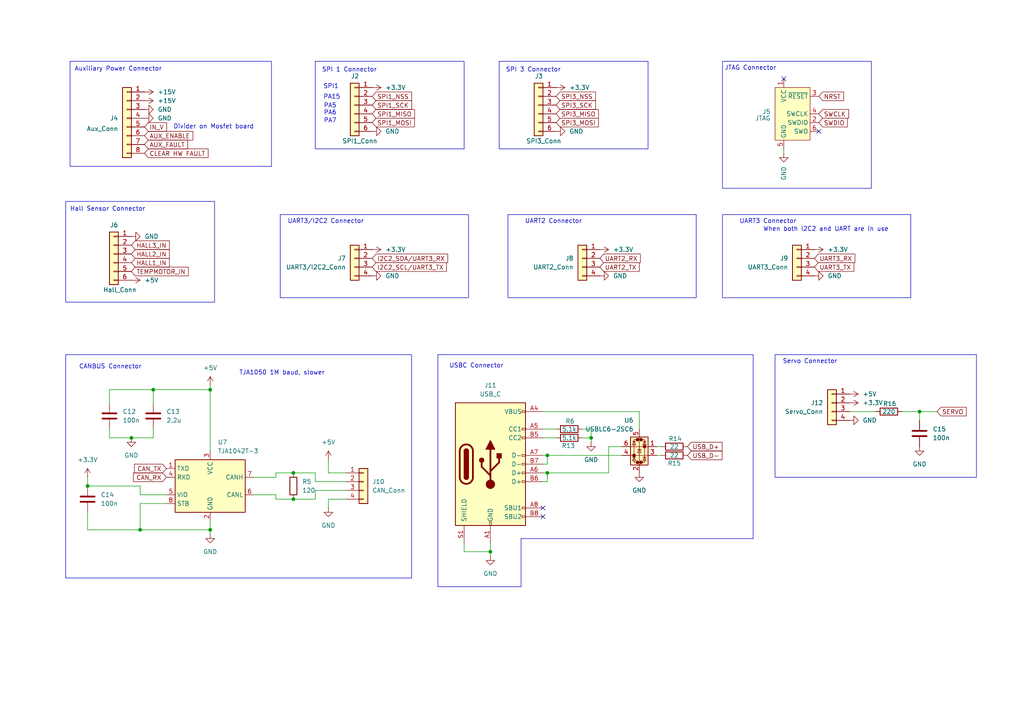
<source format=kicad_sch>
(kicad_sch
	(version 20231120)
	(generator "eeschema")
	(generator_version "8.0")
	(uuid "32e53a3c-5dc6-4301-9837-5986847489c5")
	(paper "A4")
	(lib_symbols
		(symbol "Connector:Conn_ARM_SWD_TagConnect_TC2030"
			(exclude_from_sim no)
			(in_bom no)
			(on_board yes)
			(property "Reference" "J"
				(at 2.54 11.43 0)
				(effects
					(font
						(size 1.27 1.27)
					)
				)
			)
			(property "Value" "Conn_ARM_SWD_TagConnect_TC2030"
				(at 5.08 8.89 0)
				(effects
					(font
						(size 1.27 1.27)
					)
				)
			)
			(property "Footprint" "Connector:Tag-Connect_TC2030-IDC-FP_2x03_P1.27mm_Vertical"
				(at 0 -17.78 0)
				(effects
					(font
						(size 1.27 1.27)
					)
					(hide yes)
				)
			)
			(property "Datasheet" "https://www.tag-connect.com/wp-content/uploads/bsk-pdf-manager/TC2030-CTX_1.pdf"
				(at 0 -15.24 0)
				(effects
					(font
						(size 1.27 1.27)
					)
					(hide yes)
				)
			)
			(property "Description" "Tag-Connect ARM Cortex SWD JTAG connector, 6 pin"
				(at 0 0 0)
				(effects
					(font
						(size 1.27 1.27)
					)
					(hide yes)
				)
			)
			(property "ki_keywords" "Cortex Debug Connector ARM SWD JTAG"
				(at 0 0 0)
				(effects
					(font
						(size 1.27 1.27)
					)
					(hide yes)
				)
			)
			(property "ki_fp_filters" "*TC2030*"
				(at 0 0 0)
				(effects
					(font
						(size 1.27 1.27)
					)
					(hide yes)
				)
			)
			(symbol "Conn_ARM_SWD_TagConnect_TC2030_0_0"
				(pin power_in line
					(at -2.54 10.16 270)
					(length 2.54)
					(name "VCC"
						(effects
							(font
								(size 1.27 1.27)
							)
						)
					)
					(number "1"
						(effects
							(font
								(size 1.27 1.27)
							)
						)
					)
				)
				(pin bidirectional line
					(at 7.62 -2.54 180)
					(length 2.54)
					(name "SWDIO"
						(effects
							(font
								(size 1.27 1.27)
							)
						)
					)
					(number "2"
						(effects
							(font
								(size 1.27 1.27)
							)
						)
					)
					(alternate "TMS" bidirectional line)
				)
				(pin open_collector line
					(at 7.62 5.08 180)
					(length 2.54)
					(name "~{RESET}"
						(effects
							(font
								(size 1.27 1.27)
							)
						)
					)
					(number "3"
						(effects
							(font
								(size 1.27 1.27)
							)
						)
					)
				)
				(pin output line
					(at 7.62 0 180)
					(length 2.54)
					(name "SWCLK"
						(effects
							(font
								(size 1.27 1.27)
							)
						)
					)
					(number "4"
						(effects
							(font
								(size 1.27 1.27)
							)
						)
					)
					(alternate "TCK" output line)
				)
				(pin power_in line
					(at -2.54 -10.16 90)
					(length 2.54)
					(name "GND"
						(effects
							(font
								(size 1.27 1.27)
							)
						)
					)
					(number "5"
						(effects
							(font
								(size 1.27 1.27)
							)
						)
					)
				)
				(pin input line
					(at 7.62 -5.08 180)
					(length 2.54)
					(name "SWO"
						(effects
							(font
								(size 1.27 1.27)
							)
						)
					)
					(number "6"
						(effects
							(font
								(size 1.27 1.27)
							)
						)
					)
					(alternate "TDO" input line)
				)
			)
			(symbol "Conn_ARM_SWD_TagConnect_TC2030_0_1"
				(rectangle
					(start -5.08 7.62)
					(end 5.08 -7.62)
					(stroke
						(width 0)
						(type default)
					)
					(fill
						(type background)
					)
				)
			)
		)
		(symbol "Connector:USB_C_Receptacle_USB2.0_16P"
			(pin_names
				(offset 1.016)
			)
			(exclude_from_sim no)
			(in_bom yes)
			(on_board yes)
			(property "Reference" "J"
				(at 0 22.225 0)
				(effects
					(font
						(size 1.27 1.27)
					)
				)
			)
			(property "Value" "USB_C_Receptacle_USB2.0_16P"
				(at 0 19.685 0)
				(effects
					(font
						(size 1.27 1.27)
					)
				)
			)
			(property "Footprint" ""
				(at 3.81 0 0)
				(effects
					(font
						(size 1.27 1.27)
					)
					(hide yes)
				)
			)
			(property "Datasheet" "https://www.usb.org/sites/default/files/documents/usb_type-c.zip"
				(at 3.81 0 0)
				(effects
					(font
						(size 1.27 1.27)
					)
					(hide yes)
				)
			)
			(property "Description" "USB 2.0-only 16P Type-C Receptacle connector"
				(at 0 0 0)
				(effects
					(font
						(size 1.27 1.27)
					)
					(hide yes)
				)
			)
			(property "ki_keywords" "usb universal serial bus type-C USB2.0"
				(at 0 0 0)
				(effects
					(font
						(size 1.27 1.27)
					)
					(hide yes)
				)
			)
			(property "ki_fp_filters" "USB*C*Receptacle*"
				(at 0 0 0)
				(effects
					(font
						(size 1.27 1.27)
					)
					(hide yes)
				)
			)
			(symbol "USB_C_Receptacle_USB2.0_16P_0_0"
				(rectangle
					(start -0.254 -17.78)
					(end 0.254 -16.764)
					(stroke
						(width 0)
						(type default)
					)
					(fill
						(type none)
					)
				)
				(rectangle
					(start 10.16 -14.986)
					(end 9.144 -15.494)
					(stroke
						(width 0)
						(type default)
					)
					(fill
						(type none)
					)
				)
				(rectangle
					(start 10.16 -12.446)
					(end 9.144 -12.954)
					(stroke
						(width 0)
						(type default)
					)
					(fill
						(type none)
					)
				)
				(rectangle
					(start 10.16 -4.826)
					(end 9.144 -5.334)
					(stroke
						(width 0)
						(type default)
					)
					(fill
						(type none)
					)
				)
				(rectangle
					(start 10.16 -2.286)
					(end 9.144 -2.794)
					(stroke
						(width 0)
						(type default)
					)
					(fill
						(type none)
					)
				)
				(rectangle
					(start 10.16 0.254)
					(end 9.144 -0.254)
					(stroke
						(width 0)
						(type default)
					)
					(fill
						(type none)
					)
				)
				(rectangle
					(start 10.16 2.794)
					(end 9.144 2.286)
					(stroke
						(width 0)
						(type default)
					)
					(fill
						(type none)
					)
				)
				(rectangle
					(start 10.16 7.874)
					(end 9.144 7.366)
					(stroke
						(width 0)
						(type default)
					)
					(fill
						(type none)
					)
				)
				(rectangle
					(start 10.16 10.414)
					(end 9.144 9.906)
					(stroke
						(width 0)
						(type default)
					)
					(fill
						(type none)
					)
				)
				(rectangle
					(start 10.16 15.494)
					(end 9.144 14.986)
					(stroke
						(width 0)
						(type default)
					)
					(fill
						(type none)
					)
				)
			)
			(symbol "USB_C_Receptacle_USB2.0_16P_0_1"
				(rectangle
					(start -10.16 17.78)
					(end 10.16 -17.78)
					(stroke
						(width 0.254)
						(type default)
					)
					(fill
						(type background)
					)
				)
				(arc
					(start -8.89 -3.81)
					(mid -6.985 -5.7067)
					(end -5.08 -3.81)
					(stroke
						(width 0.508)
						(type default)
					)
					(fill
						(type none)
					)
				)
				(arc
					(start -7.62 -3.81)
					(mid -6.985 -4.4423)
					(end -6.35 -3.81)
					(stroke
						(width 0.254)
						(type default)
					)
					(fill
						(type none)
					)
				)
				(arc
					(start -7.62 -3.81)
					(mid -6.985 -4.4423)
					(end -6.35 -3.81)
					(stroke
						(width 0.254)
						(type default)
					)
					(fill
						(type outline)
					)
				)
				(rectangle
					(start -7.62 -3.81)
					(end -6.35 3.81)
					(stroke
						(width 0.254)
						(type default)
					)
					(fill
						(type outline)
					)
				)
				(arc
					(start -6.35 3.81)
					(mid -6.985 4.4423)
					(end -7.62 3.81)
					(stroke
						(width 0.254)
						(type default)
					)
					(fill
						(type none)
					)
				)
				(arc
					(start -6.35 3.81)
					(mid -6.985 4.4423)
					(end -7.62 3.81)
					(stroke
						(width 0.254)
						(type default)
					)
					(fill
						(type outline)
					)
				)
				(arc
					(start -5.08 3.81)
					(mid -6.985 5.7067)
					(end -8.89 3.81)
					(stroke
						(width 0.508)
						(type default)
					)
					(fill
						(type none)
					)
				)
				(circle
					(center -2.54 1.143)
					(radius 0.635)
					(stroke
						(width 0.254)
						(type default)
					)
					(fill
						(type outline)
					)
				)
				(circle
					(center 0 -5.842)
					(radius 1.27)
					(stroke
						(width 0)
						(type default)
					)
					(fill
						(type outline)
					)
				)
				(polyline
					(pts
						(xy -8.89 -3.81) (xy -8.89 3.81)
					)
					(stroke
						(width 0.508)
						(type default)
					)
					(fill
						(type none)
					)
				)
				(polyline
					(pts
						(xy -5.08 3.81) (xy -5.08 -3.81)
					)
					(stroke
						(width 0.508)
						(type default)
					)
					(fill
						(type none)
					)
				)
				(polyline
					(pts
						(xy 0 -5.842) (xy 0 4.318)
					)
					(stroke
						(width 0.508)
						(type default)
					)
					(fill
						(type none)
					)
				)
				(polyline
					(pts
						(xy 0 -3.302) (xy -2.54 -0.762) (xy -2.54 0.508)
					)
					(stroke
						(width 0.508)
						(type default)
					)
					(fill
						(type none)
					)
				)
				(polyline
					(pts
						(xy 0 -2.032) (xy 2.54 0.508) (xy 2.54 1.778)
					)
					(stroke
						(width 0.508)
						(type default)
					)
					(fill
						(type none)
					)
				)
				(polyline
					(pts
						(xy -1.27 4.318) (xy 0 6.858) (xy 1.27 4.318) (xy -1.27 4.318)
					)
					(stroke
						(width 0.254)
						(type default)
					)
					(fill
						(type outline)
					)
				)
				(rectangle
					(start 1.905 1.778)
					(end 3.175 3.048)
					(stroke
						(width 0.254)
						(type default)
					)
					(fill
						(type outline)
					)
				)
			)
			(symbol "USB_C_Receptacle_USB2.0_16P_1_1"
				(pin passive line
					(at 0 -22.86 90)
					(length 5.08)
					(name "GND"
						(effects
							(font
								(size 1.27 1.27)
							)
						)
					)
					(number "A1"
						(effects
							(font
								(size 1.27 1.27)
							)
						)
					)
				)
				(pin passive line
					(at 0 -22.86 90)
					(length 5.08) hide
					(name "GND"
						(effects
							(font
								(size 1.27 1.27)
							)
						)
					)
					(number "A12"
						(effects
							(font
								(size 1.27 1.27)
							)
						)
					)
				)
				(pin passive line
					(at 15.24 15.24 180)
					(length 5.08)
					(name "VBUS"
						(effects
							(font
								(size 1.27 1.27)
							)
						)
					)
					(number "A4"
						(effects
							(font
								(size 1.27 1.27)
							)
						)
					)
				)
				(pin bidirectional line
					(at 15.24 10.16 180)
					(length 5.08)
					(name "CC1"
						(effects
							(font
								(size 1.27 1.27)
							)
						)
					)
					(number "A5"
						(effects
							(font
								(size 1.27 1.27)
							)
						)
					)
				)
				(pin bidirectional line
					(at 15.24 -2.54 180)
					(length 5.08)
					(name "D+"
						(effects
							(font
								(size 1.27 1.27)
							)
						)
					)
					(number "A6"
						(effects
							(font
								(size 1.27 1.27)
							)
						)
					)
				)
				(pin bidirectional line
					(at 15.24 2.54 180)
					(length 5.08)
					(name "D-"
						(effects
							(font
								(size 1.27 1.27)
							)
						)
					)
					(number "A7"
						(effects
							(font
								(size 1.27 1.27)
							)
						)
					)
				)
				(pin bidirectional line
					(at 15.24 -12.7 180)
					(length 5.08)
					(name "SBU1"
						(effects
							(font
								(size 1.27 1.27)
							)
						)
					)
					(number "A8"
						(effects
							(font
								(size 1.27 1.27)
							)
						)
					)
				)
				(pin passive line
					(at 15.24 15.24 180)
					(length 5.08) hide
					(name "VBUS"
						(effects
							(font
								(size 1.27 1.27)
							)
						)
					)
					(number "A9"
						(effects
							(font
								(size 1.27 1.27)
							)
						)
					)
				)
				(pin passive line
					(at 0 -22.86 90)
					(length 5.08) hide
					(name "GND"
						(effects
							(font
								(size 1.27 1.27)
							)
						)
					)
					(number "B1"
						(effects
							(font
								(size 1.27 1.27)
							)
						)
					)
				)
				(pin passive line
					(at 0 -22.86 90)
					(length 5.08) hide
					(name "GND"
						(effects
							(font
								(size 1.27 1.27)
							)
						)
					)
					(number "B12"
						(effects
							(font
								(size 1.27 1.27)
							)
						)
					)
				)
				(pin passive line
					(at 15.24 15.24 180)
					(length 5.08) hide
					(name "VBUS"
						(effects
							(font
								(size 1.27 1.27)
							)
						)
					)
					(number "B4"
						(effects
							(font
								(size 1.27 1.27)
							)
						)
					)
				)
				(pin bidirectional line
					(at 15.24 7.62 180)
					(length 5.08)
					(name "CC2"
						(effects
							(font
								(size 1.27 1.27)
							)
						)
					)
					(number "B5"
						(effects
							(font
								(size 1.27 1.27)
							)
						)
					)
				)
				(pin bidirectional line
					(at 15.24 -5.08 180)
					(length 5.08)
					(name "D+"
						(effects
							(font
								(size 1.27 1.27)
							)
						)
					)
					(number "B6"
						(effects
							(font
								(size 1.27 1.27)
							)
						)
					)
				)
				(pin bidirectional line
					(at 15.24 0 180)
					(length 5.08)
					(name "D-"
						(effects
							(font
								(size 1.27 1.27)
							)
						)
					)
					(number "B7"
						(effects
							(font
								(size 1.27 1.27)
							)
						)
					)
				)
				(pin bidirectional line
					(at 15.24 -15.24 180)
					(length 5.08)
					(name "SBU2"
						(effects
							(font
								(size 1.27 1.27)
							)
						)
					)
					(number "B8"
						(effects
							(font
								(size 1.27 1.27)
							)
						)
					)
				)
				(pin passive line
					(at 15.24 15.24 180)
					(length 5.08) hide
					(name "VBUS"
						(effects
							(font
								(size 1.27 1.27)
							)
						)
					)
					(number "B9"
						(effects
							(font
								(size 1.27 1.27)
							)
						)
					)
				)
				(pin passive line
					(at -7.62 -22.86 90)
					(length 5.08)
					(name "SHIELD"
						(effects
							(font
								(size 1.27 1.27)
							)
						)
					)
					(number "S1"
						(effects
							(font
								(size 1.27 1.27)
							)
						)
					)
				)
			)
		)
		(symbol "Connector_Generic:Conn_01x04"
			(pin_names
				(offset 1.016) hide)
			(exclude_from_sim no)
			(in_bom yes)
			(on_board yes)
			(property "Reference" "J"
				(at 0 5.08 0)
				(effects
					(font
						(size 1.27 1.27)
					)
				)
			)
			(property "Value" "Conn_01x04"
				(at 0 -7.62 0)
				(effects
					(font
						(size 1.27 1.27)
					)
				)
			)
			(property "Footprint" ""
				(at 0 0 0)
				(effects
					(font
						(size 1.27 1.27)
					)
					(hide yes)
				)
			)
			(property "Datasheet" "~"
				(at 0 0 0)
				(effects
					(font
						(size 1.27 1.27)
					)
					(hide yes)
				)
			)
			(property "Description" "Generic connector, single row, 01x04, script generated (kicad-library-utils/schlib/autogen/connector/)"
				(at 0 0 0)
				(effects
					(font
						(size 1.27 1.27)
					)
					(hide yes)
				)
			)
			(property "ki_keywords" "connector"
				(at 0 0 0)
				(effects
					(font
						(size 1.27 1.27)
					)
					(hide yes)
				)
			)
			(property "ki_fp_filters" "Connector*:*_1x??_*"
				(at 0 0 0)
				(effects
					(font
						(size 1.27 1.27)
					)
					(hide yes)
				)
			)
			(symbol "Conn_01x04_1_1"
				(rectangle
					(start -1.27 -4.953)
					(end 0 -5.207)
					(stroke
						(width 0.1524)
						(type default)
					)
					(fill
						(type none)
					)
				)
				(rectangle
					(start -1.27 -2.413)
					(end 0 -2.667)
					(stroke
						(width 0.1524)
						(type default)
					)
					(fill
						(type none)
					)
				)
				(rectangle
					(start -1.27 0.127)
					(end 0 -0.127)
					(stroke
						(width 0.1524)
						(type default)
					)
					(fill
						(type none)
					)
				)
				(rectangle
					(start -1.27 2.667)
					(end 0 2.413)
					(stroke
						(width 0.1524)
						(type default)
					)
					(fill
						(type none)
					)
				)
				(rectangle
					(start -1.27 3.81)
					(end 1.27 -6.35)
					(stroke
						(width 0.254)
						(type default)
					)
					(fill
						(type background)
					)
				)
				(pin passive line
					(at -5.08 2.54 0)
					(length 3.81)
					(name "Pin_1"
						(effects
							(font
								(size 1.27 1.27)
							)
						)
					)
					(number "1"
						(effects
							(font
								(size 1.27 1.27)
							)
						)
					)
				)
				(pin passive line
					(at -5.08 0 0)
					(length 3.81)
					(name "Pin_2"
						(effects
							(font
								(size 1.27 1.27)
							)
						)
					)
					(number "2"
						(effects
							(font
								(size 1.27 1.27)
							)
						)
					)
				)
				(pin passive line
					(at -5.08 -2.54 0)
					(length 3.81)
					(name "Pin_3"
						(effects
							(font
								(size 1.27 1.27)
							)
						)
					)
					(number "3"
						(effects
							(font
								(size 1.27 1.27)
							)
						)
					)
				)
				(pin passive line
					(at -5.08 -5.08 0)
					(length 3.81)
					(name "Pin_4"
						(effects
							(font
								(size 1.27 1.27)
							)
						)
					)
					(number "4"
						(effects
							(font
								(size 1.27 1.27)
							)
						)
					)
				)
			)
		)
		(symbol "Connector_Generic:Conn_01x06"
			(pin_names
				(offset 1.016) hide)
			(exclude_from_sim no)
			(in_bom yes)
			(on_board yes)
			(property "Reference" "J"
				(at 0 7.62 0)
				(effects
					(font
						(size 1.27 1.27)
					)
				)
			)
			(property "Value" "Conn_01x06"
				(at 0 -10.16 0)
				(effects
					(font
						(size 1.27 1.27)
					)
				)
			)
			(property "Footprint" ""
				(at 0 0 0)
				(effects
					(font
						(size 1.27 1.27)
					)
					(hide yes)
				)
			)
			(property "Datasheet" "~"
				(at 0 0 0)
				(effects
					(font
						(size 1.27 1.27)
					)
					(hide yes)
				)
			)
			(property "Description" "Generic connector, single row, 01x06, script generated (kicad-library-utils/schlib/autogen/connector/)"
				(at 0 0 0)
				(effects
					(font
						(size 1.27 1.27)
					)
					(hide yes)
				)
			)
			(property "ki_keywords" "connector"
				(at 0 0 0)
				(effects
					(font
						(size 1.27 1.27)
					)
					(hide yes)
				)
			)
			(property "ki_fp_filters" "Connector*:*_1x??_*"
				(at 0 0 0)
				(effects
					(font
						(size 1.27 1.27)
					)
					(hide yes)
				)
			)
			(symbol "Conn_01x06_1_1"
				(rectangle
					(start -1.27 -7.493)
					(end 0 -7.747)
					(stroke
						(width 0.1524)
						(type default)
					)
					(fill
						(type none)
					)
				)
				(rectangle
					(start -1.27 -4.953)
					(end 0 -5.207)
					(stroke
						(width 0.1524)
						(type default)
					)
					(fill
						(type none)
					)
				)
				(rectangle
					(start -1.27 -2.413)
					(end 0 -2.667)
					(stroke
						(width 0.1524)
						(type default)
					)
					(fill
						(type none)
					)
				)
				(rectangle
					(start -1.27 0.127)
					(end 0 -0.127)
					(stroke
						(width 0.1524)
						(type default)
					)
					(fill
						(type none)
					)
				)
				(rectangle
					(start -1.27 2.667)
					(end 0 2.413)
					(stroke
						(width 0.1524)
						(type default)
					)
					(fill
						(type none)
					)
				)
				(rectangle
					(start -1.27 5.207)
					(end 0 4.953)
					(stroke
						(width 0.1524)
						(type default)
					)
					(fill
						(type none)
					)
				)
				(rectangle
					(start -1.27 6.35)
					(end 1.27 -8.89)
					(stroke
						(width 0.254)
						(type default)
					)
					(fill
						(type background)
					)
				)
				(pin passive line
					(at -5.08 5.08 0)
					(length 3.81)
					(name "Pin_1"
						(effects
							(font
								(size 1.27 1.27)
							)
						)
					)
					(number "1"
						(effects
							(font
								(size 1.27 1.27)
							)
						)
					)
				)
				(pin passive line
					(at -5.08 2.54 0)
					(length 3.81)
					(name "Pin_2"
						(effects
							(font
								(size 1.27 1.27)
							)
						)
					)
					(number "2"
						(effects
							(font
								(size 1.27 1.27)
							)
						)
					)
				)
				(pin passive line
					(at -5.08 0 0)
					(length 3.81)
					(name "Pin_3"
						(effects
							(font
								(size 1.27 1.27)
							)
						)
					)
					(number "3"
						(effects
							(font
								(size 1.27 1.27)
							)
						)
					)
				)
				(pin passive line
					(at -5.08 -2.54 0)
					(length 3.81)
					(name "Pin_4"
						(effects
							(font
								(size 1.27 1.27)
							)
						)
					)
					(number "4"
						(effects
							(font
								(size 1.27 1.27)
							)
						)
					)
				)
				(pin passive line
					(at -5.08 -5.08 0)
					(length 3.81)
					(name "Pin_5"
						(effects
							(font
								(size 1.27 1.27)
							)
						)
					)
					(number "5"
						(effects
							(font
								(size 1.27 1.27)
							)
						)
					)
				)
				(pin passive line
					(at -5.08 -7.62 0)
					(length 3.81)
					(name "Pin_6"
						(effects
							(font
								(size 1.27 1.27)
							)
						)
					)
					(number "6"
						(effects
							(font
								(size 1.27 1.27)
							)
						)
					)
				)
			)
		)
		(symbol "Connector_Generic:Conn_01x08"
			(pin_names
				(offset 1.016) hide)
			(exclude_from_sim no)
			(in_bom yes)
			(on_board yes)
			(property "Reference" "J"
				(at 0 10.16 0)
				(effects
					(font
						(size 1.27 1.27)
					)
				)
			)
			(property "Value" "Conn_01x08"
				(at 0 -12.7 0)
				(effects
					(font
						(size 1.27 1.27)
					)
				)
			)
			(property "Footprint" ""
				(at 0 0 0)
				(effects
					(font
						(size 1.27 1.27)
					)
					(hide yes)
				)
			)
			(property "Datasheet" "~"
				(at 0 0 0)
				(effects
					(font
						(size 1.27 1.27)
					)
					(hide yes)
				)
			)
			(property "Description" "Generic connector, single row, 01x08, script generated (kicad-library-utils/schlib/autogen/connector/)"
				(at 0 0 0)
				(effects
					(font
						(size 1.27 1.27)
					)
					(hide yes)
				)
			)
			(property "ki_keywords" "connector"
				(at 0 0 0)
				(effects
					(font
						(size 1.27 1.27)
					)
					(hide yes)
				)
			)
			(property "ki_fp_filters" "Connector*:*_1x??_*"
				(at 0 0 0)
				(effects
					(font
						(size 1.27 1.27)
					)
					(hide yes)
				)
			)
			(symbol "Conn_01x08_1_1"
				(rectangle
					(start -1.27 -10.033)
					(end 0 -10.287)
					(stroke
						(width 0.1524)
						(type default)
					)
					(fill
						(type none)
					)
				)
				(rectangle
					(start -1.27 -7.493)
					(end 0 -7.747)
					(stroke
						(width 0.1524)
						(type default)
					)
					(fill
						(type none)
					)
				)
				(rectangle
					(start -1.27 -4.953)
					(end 0 -5.207)
					(stroke
						(width 0.1524)
						(type default)
					)
					(fill
						(type none)
					)
				)
				(rectangle
					(start -1.27 -2.413)
					(end 0 -2.667)
					(stroke
						(width 0.1524)
						(type default)
					)
					(fill
						(type none)
					)
				)
				(rectangle
					(start -1.27 0.127)
					(end 0 -0.127)
					(stroke
						(width 0.1524)
						(type default)
					)
					(fill
						(type none)
					)
				)
				(rectangle
					(start -1.27 2.667)
					(end 0 2.413)
					(stroke
						(width 0.1524)
						(type default)
					)
					(fill
						(type none)
					)
				)
				(rectangle
					(start -1.27 5.207)
					(end 0 4.953)
					(stroke
						(width 0.1524)
						(type default)
					)
					(fill
						(type none)
					)
				)
				(rectangle
					(start -1.27 7.747)
					(end 0 7.493)
					(stroke
						(width 0.1524)
						(type default)
					)
					(fill
						(type none)
					)
				)
				(rectangle
					(start -1.27 8.89)
					(end 1.27 -11.43)
					(stroke
						(width 0.254)
						(type default)
					)
					(fill
						(type background)
					)
				)
				(pin passive line
					(at -5.08 7.62 0)
					(length 3.81)
					(name "Pin_1"
						(effects
							(font
								(size 1.27 1.27)
							)
						)
					)
					(number "1"
						(effects
							(font
								(size 1.27 1.27)
							)
						)
					)
				)
				(pin passive line
					(at -5.08 5.08 0)
					(length 3.81)
					(name "Pin_2"
						(effects
							(font
								(size 1.27 1.27)
							)
						)
					)
					(number "2"
						(effects
							(font
								(size 1.27 1.27)
							)
						)
					)
				)
				(pin passive line
					(at -5.08 2.54 0)
					(length 3.81)
					(name "Pin_3"
						(effects
							(font
								(size 1.27 1.27)
							)
						)
					)
					(number "3"
						(effects
							(font
								(size 1.27 1.27)
							)
						)
					)
				)
				(pin passive line
					(at -5.08 0 0)
					(length 3.81)
					(name "Pin_4"
						(effects
							(font
								(size 1.27 1.27)
							)
						)
					)
					(number "4"
						(effects
							(font
								(size 1.27 1.27)
							)
						)
					)
				)
				(pin passive line
					(at -5.08 -2.54 0)
					(length 3.81)
					(name "Pin_5"
						(effects
							(font
								(size 1.27 1.27)
							)
						)
					)
					(number "5"
						(effects
							(font
								(size 1.27 1.27)
							)
						)
					)
				)
				(pin passive line
					(at -5.08 -5.08 0)
					(length 3.81)
					(name "Pin_6"
						(effects
							(font
								(size 1.27 1.27)
							)
						)
					)
					(number "6"
						(effects
							(font
								(size 1.27 1.27)
							)
						)
					)
				)
				(pin passive line
					(at -5.08 -7.62 0)
					(length 3.81)
					(name "Pin_7"
						(effects
							(font
								(size 1.27 1.27)
							)
						)
					)
					(number "7"
						(effects
							(font
								(size 1.27 1.27)
							)
						)
					)
				)
				(pin passive line
					(at -5.08 -10.16 0)
					(length 3.81)
					(name "Pin_8"
						(effects
							(font
								(size 1.27 1.27)
							)
						)
					)
					(number "8"
						(effects
							(font
								(size 1.27 1.27)
							)
						)
					)
				)
			)
		)
		(symbol "Device:C"
			(pin_numbers hide)
			(pin_names
				(offset 0.254)
			)
			(exclude_from_sim no)
			(in_bom yes)
			(on_board yes)
			(property "Reference" "C"
				(at 0.635 2.54 0)
				(effects
					(font
						(size 1.27 1.27)
					)
					(justify left)
				)
			)
			(property "Value" "C"
				(at 0.635 -2.54 0)
				(effects
					(font
						(size 1.27 1.27)
					)
					(justify left)
				)
			)
			(property "Footprint" ""
				(at 0.9652 -3.81 0)
				(effects
					(font
						(size 1.27 1.27)
					)
					(hide yes)
				)
			)
			(property "Datasheet" "~"
				(at 0 0 0)
				(effects
					(font
						(size 1.27 1.27)
					)
					(hide yes)
				)
			)
			(property "Description" "Unpolarized capacitor"
				(at 0 0 0)
				(effects
					(font
						(size 1.27 1.27)
					)
					(hide yes)
				)
			)
			(property "ki_keywords" "cap capacitor"
				(at 0 0 0)
				(effects
					(font
						(size 1.27 1.27)
					)
					(hide yes)
				)
			)
			(property "ki_fp_filters" "C_*"
				(at 0 0 0)
				(effects
					(font
						(size 1.27 1.27)
					)
					(hide yes)
				)
			)
			(symbol "C_0_1"
				(polyline
					(pts
						(xy -2.032 -0.762) (xy 2.032 -0.762)
					)
					(stroke
						(width 0.508)
						(type default)
					)
					(fill
						(type none)
					)
				)
				(polyline
					(pts
						(xy -2.032 0.762) (xy 2.032 0.762)
					)
					(stroke
						(width 0.508)
						(type default)
					)
					(fill
						(type none)
					)
				)
			)
			(symbol "C_1_1"
				(pin passive line
					(at 0 3.81 270)
					(length 2.794)
					(name "~"
						(effects
							(font
								(size 1.27 1.27)
							)
						)
					)
					(number "1"
						(effects
							(font
								(size 1.27 1.27)
							)
						)
					)
				)
				(pin passive line
					(at 0 -3.81 90)
					(length 2.794)
					(name "~"
						(effects
							(font
								(size 1.27 1.27)
							)
						)
					)
					(number "2"
						(effects
							(font
								(size 1.27 1.27)
							)
						)
					)
				)
			)
		)
		(symbol "Device:R"
			(pin_numbers hide)
			(pin_names
				(offset 0)
			)
			(exclude_from_sim no)
			(in_bom yes)
			(on_board yes)
			(property "Reference" "R"
				(at 2.032 0 90)
				(effects
					(font
						(size 1.27 1.27)
					)
				)
			)
			(property "Value" "R"
				(at 0 0 90)
				(effects
					(font
						(size 1.27 1.27)
					)
				)
			)
			(property "Footprint" ""
				(at -1.778 0 90)
				(effects
					(font
						(size 1.27 1.27)
					)
					(hide yes)
				)
			)
			(property "Datasheet" "~"
				(at 0 0 0)
				(effects
					(font
						(size 1.27 1.27)
					)
					(hide yes)
				)
			)
			(property "Description" "Resistor"
				(at 0 0 0)
				(effects
					(font
						(size 1.27 1.27)
					)
					(hide yes)
				)
			)
			(property "ki_keywords" "R res resistor"
				(at 0 0 0)
				(effects
					(font
						(size 1.27 1.27)
					)
					(hide yes)
				)
			)
			(property "ki_fp_filters" "R_*"
				(at 0 0 0)
				(effects
					(font
						(size 1.27 1.27)
					)
					(hide yes)
				)
			)
			(symbol "R_0_1"
				(rectangle
					(start -1.016 -2.54)
					(end 1.016 2.54)
					(stroke
						(width 0.254)
						(type default)
					)
					(fill
						(type none)
					)
				)
			)
			(symbol "R_1_1"
				(pin passive line
					(at 0 3.81 270)
					(length 1.27)
					(name "~"
						(effects
							(font
								(size 1.27 1.27)
							)
						)
					)
					(number "1"
						(effects
							(font
								(size 1.27 1.27)
							)
						)
					)
				)
				(pin passive line
					(at 0 -3.81 90)
					(length 1.27)
					(name "~"
						(effects
							(font
								(size 1.27 1.27)
							)
						)
					)
					(number "2"
						(effects
							(font
								(size 1.27 1.27)
							)
						)
					)
				)
			)
		)
		(symbol "Interface_CAN_LIN:TJA1042T-3"
			(exclude_from_sim no)
			(in_bom yes)
			(on_board yes)
			(property "Reference" "U"
				(at -10.16 8.89 0)
				(effects
					(font
						(size 1.27 1.27)
					)
					(justify left)
				)
			)
			(property "Value" "TJA1042T-3"
				(at 1.27 8.89 0)
				(effects
					(font
						(size 1.27 1.27)
					)
					(justify left)
				)
			)
			(property "Footprint" "Package_SO:SOIC-8_3.9x4.9mm_P1.27mm"
				(at 0 -12.7 0)
				(effects
					(font
						(size 1.27 1.27)
						(italic yes)
					)
					(hide yes)
				)
			)
			(property "Datasheet" "http://www.nxp.com/docs/en/data-sheet/TJA1042.pdf"
				(at 0 0 0)
				(effects
					(font
						(size 1.27 1.27)
					)
					(hide yes)
				)
			)
			(property "Description" "High-Speed CAN Transceiver, separate VIO, standby mode, SOIC-8"
				(at 0 0 0)
				(effects
					(font
						(size 1.27 1.27)
					)
					(hide yes)
				)
			)
			(property "ki_keywords" "High-Speed CAN Transceiver"
				(at 0 0 0)
				(effects
					(font
						(size 1.27 1.27)
					)
					(hide yes)
				)
			)
			(property "ki_fp_filters" "SOIC*3.9x4.9mm*P1.27mm*"
				(at 0 0 0)
				(effects
					(font
						(size 1.27 1.27)
					)
					(hide yes)
				)
			)
			(symbol "TJA1042T-3_0_1"
				(rectangle
					(start -10.16 7.62)
					(end 10.16 -7.62)
					(stroke
						(width 0.254)
						(type default)
					)
					(fill
						(type background)
					)
				)
			)
			(symbol "TJA1042T-3_1_1"
				(pin input line
					(at -12.7 5.08 0)
					(length 2.54)
					(name "TXD"
						(effects
							(font
								(size 1.27 1.27)
							)
						)
					)
					(number "1"
						(effects
							(font
								(size 1.27 1.27)
							)
						)
					)
				)
				(pin power_in line
					(at 0 -10.16 90)
					(length 2.54)
					(name "GND"
						(effects
							(font
								(size 1.27 1.27)
							)
						)
					)
					(number "2"
						(effects
							(font
								(size 1.27 1.27)
							)
						)
					)
				)
				(pin power_in line
					(at 0 10.16 270)
					(length 2.54)
					(name "VCC"
						(effects
							(font
								(size 1.27 1.27)
							)
						)
					)
					(number "3"
						(effects
							(font
								(size 1.27 1.27)
							)
						)
					)
				)
				(pin output line
					(at -12.7 2.54 0)
					(length 2.54)
					(name "RXD"
						(effects
							(font
								(size 1.27 1.27)
							)
						)
					)
					(number "4"
						(effects
							(font
								(size 1.27 1.27)
							)
						)
					)
				)
				(pin power_in line
					(at -12.7 -2.54 0)
					(length 2.54)
					(name "VIO"
						(effects
							(font
								(size 1.27 1.27)
							)
						)
					)
					(number "5"
						(effects
							(font
								(size 1.27 1.27)
							)
						)
					)
				)
				(pin bidirectional line
					(at 12.7 -2.54 180)
					(length 2.54)
					(name "CANL"
						(effects
							(font
								(size 1.27 1.27)
							)
						)
					)
					(number "6"
						(effects
							(font
								(size 1.27 1.27)
							)
						)
					)
				)
				(pin bidirectional line
					(at 12.7 2.54 180)
					(length 2.54)
					(name "CANH"
						(effects
							(font
								(size 1.27 1.27)
							)
						)
					)
					(number "7"
						(effects
							(font
								(size 1.27 1.27)
							)
						)
					)
				)
				(pin input line
					(at -12.7 -5.08 0)
					(length 2.54)
					(name "STB"
						(effects
							(font
								(size 1.27 1.27)
							)
						)
					)
					(number "8"
						(effects
							(font
								(size 1.27 1.27)
							)
						)
					)
				)
			)
		)
		(symbol "Power_Protection:USBLC6-2SC6"
			(pin_names hide)
			(exclude_from_sim no)
			(in_bom yes)
			(on_board yes)
			(property "Reference" "U"
				(at 0.635 5.715 0)
				(effects
					(font
						(size 1.27 1.27)
					)
					(justify left)
				)
			)
			(property "Value" "USBLC6-2SC6"
				(at 0.635 3.81 0)
				(effects
					(font
						(size 1.27 1.27)
					)
					(justify left)
				)
			)
			(property "Footprint" "Package_TO_SOT_SMD:SOT-23-6"
				(at 1.27 -6.35 0)
				(effects
					(font
						(size 1.27 1.27)
						(italic yes)
					)
					(justify left)
					(hide yes)
				)
			)
			(property "Datasheet" "https://www.st.com/resource/en/datasheet/usblc6-2.pdf"
				(at 1.27 -8.255 0)
				(effects
					(font
						(size 1.27 1.27)
					)
					(justify left)
					(hide yes)
				)
			)
			(property "Description" "Very low capacitance ESD protection diode, 2 data-line, SOT-23-6"
				(at 0 0 0)
				(effects
					(font
						(size 1.27 1.27)
					)
					(hide yes)
				)
			)
			(property "ki_keywords" "usb ethernet video"
				(at 0 0 0)
				(effects
					(font
						(size 1.27 1.27)
					)
					(hide yes)
				)
			)
			(property "ki_fp_filters" "SOT?23*"
				(at 0 0 0)
				(effects
					(font
						(size 1.27 1.27)
					)
					(hide yes)
				)
			)
			(symbol "USBLC6-2SC6_0_0"
				(circle
					(center -1.524 0)
					(radius 0.0001)
					(stroke
						(width 0.508)
						(type default)
					)
					(fill
						(type none)
					)
				)
				(circle
					(center -0.508 -4.572)
					(radius 0.0001)
					(stroke
						(width 0.508)
						(type default)
					)
					(fill
						(type none)
					)
				)
				(circle
					(center -0.508 2.032)
					(radius 0.0001)
					(stroke
						(width 0.508)
						(type default)
					)
					(fill
						(type none)
					)
				)
				(circle
					(center 0.508 -4.572)
					(radius 0.0001)
					(stroke
						(width 0.508)
						(type default)
					)
					(fill
						(type none)
					)
				)
				(circle
					(center 0.508 2.032)
					(radius 0.0001)
					(stroke
						(width 0.508)
						(type default)
					)
					(fill
						(type none)
					)
				)
				(circle
					(center 1.524 -2.54)
					(radius 0.0001)
					(stroke
						(width 0.508)
						(type default)
					)
					(fill
						(type none)
					)
				)
			)
			(symbol "USBLC6-2SC6_0_1"
				(polyline
					(pts
						(xy -2.54 -2.54) (xy 2.54 -2.54)
					)
					(stroke
						(width 0)
						(type default)
					)
					(fill
						(type none)
					)
				)
				(polyline
					(pts
						(xy -2.54 0) (xy 2.54 0)
					)
					(stroke
						(width 0)
						(type default)
					)
					(fill
						(type none)
					)
				)
				(polyline
					(pts
						(xy -2.032 -3.048) (xy -1.016 -3.048)
					)
					(stroke
						(width 0)
						(type default)
					)
					(fill
						(type none)
					)
				)
				(polyline
					(pts
						(xy -1.016 1.524) (xy -2.032 1.524)
					)
					(stroke
						(width 0)
						(type default)
					)
					(fill
						(type none)
					)
				)
				(polyline
					(pts
						(xy 1.016 -3.048) (xy 2.032 -3.048)
					)
					(stroke
						(width 0)
						(type default)
					)
					(fill
						(type none)
					)
				)
				(polyline
					(pts
						(xy 1.016 1.524) (xy 2.032 1.524)
					)
					(stroke
						(width 0)
						(type default)
					)
					(fill
						(type none)
					)
				)
				(polyline
					(pts
						(xy -0.508 -1.143) (xy -0.508 -0.762) (xy 0.508 -0.762)
					)
					(stroke
						(width 0)
						(type default)
					)
					(fill
						(type none)
					)
				)
				(polyline
					(pts
						(xy -2.032 0.508) (xy -1.016 0.508) (xy -1.524 1.524) (xy -2.032 0.508)
					)
					(stroke
						(width 0)
						(type default)
					)
					(fill
						(type none)
					)
				)
				(polyline
					(pts
						(xy -1.016 -4.064) (xy -2.032 -4.064) (xy -1.524 -3.048) (xy -1.016 -4.064)
					)
					(stroke
						(width 0)
						(type default)
					)
					(fill
						(type none)
					)
				)
				(polyline
					(pts
						(xy 0.508 -1.778) (xy -0.508 -1.778) (xy 0 -0.762) (xy 0.508 -1.778)
					)
					(stroke
						(width 0)
						(type default)
					)
					(fill
						(type none)
					)
				)
				(polyline
					(pts
						(xy 2.032 -4.064) (xy 1.016 -4.064) (xy 1.524 -3.048) (xy 2.032 -4.064)
					)
					(stroke
						(width 0)
						(type default)
					)
					(fill
						(type none)
					)
				)
				(polyline
					(pts
						(xy 2.032 0.508) (xy 1.016 0.508) (xy 1.524 1.524) (xy 2.032 0.508)
					)
					(stroke
						(width 0)
						(type default)
					)
					(fill
						(type none)
					)
				)
				(polyline
					(pts
						(xy 0 2.54) (xy -0.508 2.032) (xy 0.508 2.032) (xy 0 1.524) (xy 0 -4.064) (xy -0.508 -4.572) (xy 0.508 -4.572)
						(xy 0 -5.08)
					)
					(stroke
						(width 0)
						(type default)
					)
					(fill
						(type none)
					)
				)
			)
			(symbol "USBLC6-2SC6_1_1"
				(rectangle
					(start -2.54 2.794)
					(end 2.54 -5.334)
					(stroke
						(width 0.254)
						(type default)
					)
					(fill
						(type background)
					)
				)
				(polyline
					(pts
						(xy -0.508 2.032) (xy -1.524 2.032) (xy -1.524 -4.572) (xy -0.508 -4.572)
					)
					(stroke
						(width 0)
						(type default)
					)
					(fill
						(type none)
					)
				)
				(polyline
					(pts
						(xy 0.508 -4.572) (xy 1.524 -4.572) (xy 1.524 2.032) (xy 0.508 2.032)
					)
					(stroke
						(width 0)
						(type default)
					)
					(fill
						(type none)
					)
				)
				(pin passive line
					(at -5.08 0 0)
					(length 2.54)
					(name "I/O1"
						(effects
							(font
								(size 1.27 1.27)
							)
						)
					)
					(number "1"
						(effects
							(font
								(size 1.27 1.27)
							)
						)
					)
				)
				(pin passive line
					(at 0 -7.62 90)
					(length 2.54)
					(name "GND"
						(effects
							(font
								(size 1.27 1.27)
							)
						)
					)
					(number "2"
						(effects
							(font
								(size 1.27 1.27)
							)
						)
					)
				)
				(pin passive line
					(at -5.08 -2.54 0)
					(length 2.54)
					(name "I/O2"
						(effects
							(font
								(size 1.27 1.27)
							)
						)
					)
					(number "3"
						(effects
							(font
								(size 1.27 1.27)
							)
						)
					)
				)
				(pin passive line
					(at 5.08 -2.54 180)
					(length 2.54)
					(name "I/O2"
						(effects
							(font
								(size 1.27 1.27)
							)
						)
					)
					(number "4"
						(effects
							(font
								(size 1.27 1.27)
							)
						)
					)
				)
				(pin passive line
					(at 0 5.08 270)
					(length 2.54)
					(name "VBUS"
						(effects
							(font
								(size 1.27 1.27)
							)
						)
					)
					(number "5"
						(effects
							(font
								(size 1.27 1.27)
							)
						)
					)
				)
				(pin passive line
					(at 5.08 0 180)
					(length 2.54)
					(name "I/O1"
						(effects
							(font
								(size 1.27 1.27)
							)
						)
					)
					(number "6"
						(effects
							(font
								(size 1.27 1.27)
							)
						)
					)
				)
			)
		)
		(symbol "power:+15V"
			(power)
			(pin_numbers hide)
			(pin_names
				(offset 0) hide)
			(exclude_from_sim no)
			(in_bom yes)
			(on_board yes)
			(property "Reference" "#PWR"
				(at 0 -3.81 0)
				(effects
					(font
						(size 1.27 1.27)
					)
					(hide yes)
				)
			)
			(property "Value" "+15V"
				(at 0 3.556 0)
				(effects
					(font
						(size 1.27 1.27)
					)
				)
			)
			(property "Footprint" ""
				(at 0 0 0)
				(effects
					(font
						(size 1.27 1.27)
					)
					(hide yes)
				)
			)
			(property "Datasheet" ""
				(at 0 0 0)
				(effects
					(font
						(size 1.27 1.27)
					)
					(hide yes)
				)
			)
			(property "Description" "Power symbol creates a global label with name \"+15V\""
				(at 0 0 0)
				(effects
					(font
						(size 1.27 1.27)
					)
					(hide yes)
				)
			)
			(property "ki_keywords" "global power"
				(at 0 0 0)
				(effects
					(font
						(size 1.27 1.27)
					)
					(hide yes)
				)
			)
			(symbol "+15V_0_1"
				(polyline
					(pts
						(xy -0.762 1.27) (xy 0 2.54)
					)
					(stroke
						(width 0)
						(type default)
					)
					(fill
						(type none)
					)
				)
				(polyline
					(pts
						(xy 0 0) (xy 0 2.54)
					)
					(stroke
						(width 0)
						(type default)
					)
					(fill
						(type none)
					)
				)
				(polyline
					(pts
						(xy 0 2.54) (xy 0.762 1.27)
					)
					(stroke
						(width 0)
						(type default)
					)
					(fill
						(type none)
					)
				)
			)
			(symbol "+15V_1_1"
				(pin power_in line
					(at 0 0 90)
					(length 0)
					(name "~"
						(effects
							(font
								(size 1.27 1.27)
							)
						)
					)
					(number "1"
						(effects
							(font
								(size 1.27 1.27)
							)
						)
					)
				)
			)
		)
		(symbol "power:+3.3V"
			(power)
			(pin_numbers hide)
			(pin_names
				(offset 0) hide)
			(exclude_from_sim no)
			(in_bom yes)
			(on_board yes)
			(property "Reference" "#PWR"
				(at 0 -3.81 0)
				(effects
					(font
						(size 1.27 1.27)
					)
					(hide yes)
				)
			)
			(property "Value" "+3.3V"
				(at 0 3.556 0)
				(effects
					(font
						(size 1.27 1.27)
					)
				)
			)
			(property "Footprint" ""
				(at 0 0 0)
				(effects
					(font
						(size 1.27 1.27)
					)
					(hide yes)
				)
			)
			(property "Datasheet" ""
				(at 0 0 0)
				(effects
					(font
						(size 1.27 1.27)
					)
					(hide yes)
				)
			)
			(property "Description" "Power symbol creates a global label with name \"+3.3V\""
				(at 0 0 0)
				(effects
					(font
						(size 1.27 1.27)
					)
					(hide yes)
				)
			)
			(property "ki_keywords" "global power"
				(at 0 0 0)
				(effects
					(font
						(size 1.27 1.27)
					)
					(hide yes)
				)
			)
			(symbol "+3.3V_0_1"
				(polyline
					(pts
						(xy -0.762 1.27) (xy 0 2.54)
					)
					(stroke
						(width 0)
						(type default)
					)
					(fill
						(type none)
					)
				)
				(polyline
					(pts
						(xy 0 0) (xy 0 2.54)
					)
					(stroke
						(width 0)
						(type default)
					)
					(fill
						(type none)
					)
				)
				(polyline
					(pts
						(xy 0 2.54) (xy 0.762 1.27)
					)
					(stroke
						(width 0)
						(type default)
					)
					(fill
						(type none)
					)
				)
			)
			(symbol "+3.3V_1_1"
				(pin power_in line
					(at 0 0 90)
					(length 0)
					(name "~"
						(effects
							(font
								(size 1.27 1.27)
							)
						)
					)
					(number "1"
						(effects
							(font
								(size 1.27 1.27)
							)
						)
					)
				)
			)
		)
		(symbol "power:+5V"
			(power)
			(pin_numbers hide)
			(pin_names
				(offset 0) hide)
			(exclude_from_sim no)
			(in_bom yes)
			(on_board yes)
			(property "Reference" "#PWR"
				(at 0 -3.81 0)
				(effects
					(font
						(size 1.27 1.27)
					)
					(hide yes)
				)
			)
			(property "Value" "+5V"
				(at 0 3.556 0)
				(effects
					(font
						(size 1.27 1.27)
					)
				)
			)
			(property "Footprint" ""
				(at 0 0 0)
				(effects
					(font
						(size 1.27 1.27)
					)
					(hide yes)
				)
			)
			(property "Datasheet" ""
				(at 0 0 0)
				(effects
					(font
						(size 1.27 1.27)
					)
					(hide yes)
				)
			)
			(property "Description" "Power symbol creates a global label with name \"+5V\""
				(at 0 0 0)
				(effects
					(font
						(size 1.27 1.27)
					)
					(hide yes)
				)
			)
			(property "ki_keywords" "global power"
				(at 0 0 0)
				(effects
					(font
						(size 1.27 1.27)
					)
					(hide yes)
				)
			)
			(symbol "+5V_0_1"
				(polyline
					(pts
						(xy -0.762 1.27) (xy 0 2.54)
					)
					(stroke
						(width 0)
						(type default)
					)
					(fill
						(type none)
					)
				)
				(polyline
					(pts
						(xy 0 0) (xy 0 2.54)
					)
					(stroke
						(width 0)
						(type default)
					)
					(fill
						(type none)
					)
				)
				(polyline
					(pts
						(xy 0 2.54) (xy 0.762 1.27)
					)
					(stroke
						(width 0)
						(type default)
					)
					(fill
						(type none)
					)
				)
			)
			(symbol "+5V_1_1"
				(pin power_in line
					(at 0 0 90)
					(length 0)
					(name "~"
						(effects
							(font
								(size 1.27 1.27)
							)
						)
					)
					(number "1"
						(effects
							(font
								(size 1.27 1.27)
							)
						)
					)
				)
			)
		)
		(symbol "power:GND"
			(power)
			(pin_numbers hide)
			(pin_names
				(offset 0) hide)
			(exclude_from_sim no)
			(in_bom yes)
			(on_board yes)
			(property "Reference" "#PWR"
				(at 0 -6.35 0)
				(effects
					(font
						(size 1.27 1.27)
					)
					(hide yes)
				)
			)
			(property "Value" "GND"
				(at 0 -3.81 0)
				(effects
					(font
						(size 1.27 1.27)
					)
				)
			)
			(property "Footprint" ""
				(at 0 0 0)
				(effects
					(font
						(size 1.27 1.27)
					)
					(hide yes)
				)
			)
			(property "Datasheet" ""
				(at 0 0 0)
				(effects
					(font
						(size 1.27 1.27)
					)
					(hide yes)
				)
			)
			(property "Description" "Power symbol creates a global label with name \"GND\" , ground"
				(at 0 0 0)
				(effects
					(font
						(size 1.27 1.27)
					)
					(hide yes)
				)
			)
			(property "ki_keywords" "global power"
				(at 0 0 0)
				(effects
					(font
						(size 1.27 1.27)
					)
					(hide yes)
				)
			)
			(symbol "GND_0_1"
				(polyline
					(pts
						(xy 0 0) (xy 0 -1.27) (xy 1.27 -1.27) (xy 0 -2.54) (xy -1.27 -1.27) (xy 0 -1.27)
					)
					(stroke
						(width 0)
						(type default)
					)
					(fill
						(type none)
					)
				)
			)
			(symbol "GND_1_1"
				(pin power_in line
					(at 0 0 270)
					(length 0)
					(name "~"
						(effects
							(font
								(size 1.27 1.27)
							)
						)
					)
					(number "1"
						(effects
							(font
								(size 1.27 1.27)
							)
						)
					)
				)
			)
		)
	)
	(junction
		(at 142.24 160.02)
		(diameter 0)
		(color 0 0 0 0)
		(uuid "014e8ca5-d0ae-4d62-89e4-2b5b9810f81d")
	)
	(junction
		(at 60.96 113.03)
		(diameter 0)
		(color 0 0 0 0)
		(uuid "02b33118-b95e-4bbd-9ee9-0c6244703807")
	)
	(junction
		(at 266.7 119.38)
		(diameter 0)
		(color 0 0 0 0)
		(uuid "05df8228-8f8d-4cf0-9137-eff3965eacab")
	)
	(junction
		(at 38.1 127)
		(diameter 0)
		(color 0 0 0 0)
		(uuid "29f9cfd6-1b57-4af1-b1de-a681682af838")
	)
	(junction
		(at 44.45 113.03)
		(diameter 0)
		(color 0 0 0 0)
		(uuid "2ef0d887-55a0-4c14-8ae8-4f1acba309f6")
	)
	(junction
		(at 158.75 137.16)
		(diameter 0)
		(color 0 0 0 0)
		(uuid "47f45eb1-0542-42d2-8cdf-290bc7d9c980")
	)
	(junction
		(at 85.09 144.78)
		(diameter 0)
		(color 0 0 0 0)
		(uuid "5a1b64ce-0f97-4a27-b289-946a4e112a38")
	)
	(junction
		(at 158.75 132.08)
		(diameter 0)
		(color 0 0 0 0)
		(uuid "7381c72e-1aa5-4cdc-b400-d2f92c4bd10c")
	)
	(junction
		(at 85.09 137.16)
		(diameter 0)
		(color 0 0 0 0)
		(uuid "7ad7431f-7891-48eb-beb5-6b344e2a2bde")
	)
	(junction
		(at 60.96 153.67)
		(diameter 0)
		(color 0 0 0 0)
		(uuid "d940512a-361a-4c92-bc4d-387b04c606f6")
	)
	(junction
		(at 25.4 140.97)
		(diameter 0)
		(color 0 0 0 0)
		(uuid "df3af776-e063-42cc-9369-0156d6673283")
	)
	(junction
		(at 40.64 153.67)
		(diameter 0)
		(color 0 0 0 0)
		(uuid "f0aa4720-629a-4b56-ac99-eaa64c8aa3ea")
	)
	(junction
		(at 171.45 127)
		(diameter 0)
		(color 0 0 0 0)
		(uuid "fcfacb99-7716-495b-b758-60ed86827748")
	)
	(no_connect
		(at 157.48 147.32)
		(uuid "0cd5e799-654f-4f2b-af97-92f402b226a9")
	)
	(no_connect
		(at 237.49 38.1)
		(uuid "50d3a0f8-4a0d-429e-84e0-fc705d0f9014")
	)
	(no_connect
		(at 157.48 149.86)
		(uuid "652b944f-23f0-434a-8239-adcefb42d072")
	)
	(no_connect
		(at 227.33 22.86)
		(uuid "6f4a13a9-e01c-4331-977e-929af3dd660b")
	)
	(wire
		(pts
			(xy 91.44 139.7) (xy 91.44 137.16)
		)
		(stroke
			(width 0)
			(type default)
		)
		(uuid "023c9875-03ae-4964-bb04-4001cfae3319")
	)
	(polyline
		(pts
			(xy 218.44 102.87) (xy 218.44 156.21)
		)
		(stroke
			(width 0)
			(type default)
		)
		(uuid "0a2c63bb-763c-4a9d-bdd4-95fdc6378f6d")
	)
	(wire
		(pts
			(xy 185.42 119.38) (xy 185.42 124.46)
		)
		(stroke
			(width 0)
			(type default)
		)
		(uuid "10668dfc-81e6-4262-81fa-c6a2ebd370ae")
	)
	(wire
		(pts
			(xy 44.45 116.84) (xy 44.45 113.03)
		)
		(stroke
			(width 0)
			(type default)
		)
		(uuid "11414e2f-6a3f-4ec1-8dda-8a2933e81e7c")
	)
	(polyline
		(pts
			(xy 128.27 102.87) (xy 218.44 102.87)
		)
		(stroke
			(width 0)
			(type default)
		)
		(uuid "134bd019-3354-4880-a5c4-2b2dc9be7c30")
	)
	(wire
		(pts
			(xy 134.62 160.02) (xy 142.24 160.02)
		)
		(stroke
			(width 0)
			(type default)
		)
		(uuid "13c79b5c-edc0-4d84-a2e9-893d7e068ad3")
	)
	(wire
		(pts
			(xy 157.48 119.38) (xy 185.42 119.38)
		)
		(stroke
			(width 0)
			(type default)
		)
		(uuid "14bf5154-700c-4462-aa07-cbf1ed11dc92")
	)
	(wire
		(pts
			(xy 142.24 160.02) (xy 142.24 161.29)
		)
		(stroke
			(width 0)
			(type default)
		)
		(uuid "1f129fdc-9b7d-4cf6-87ce-7ad624c348cd")
	)
	(wire
		(pts
			(xy 176.53 129.54) (xy 176.53 137.16)
		)
		(stroke
			(width 0)
			(type default)
		)
		(uuid "1f23a556-4cfe-4241-a9a0-4f0044eeabe2")
	)
	(wire
		(pts
			(xy 190.5 132.08) (xy 191.77 132.08)
		)
		(stroke
			(width 0)
			(type default)
		)
		(uuid "1fc34332-591e-4341-b0b6-4d0ce681aa28")
	)
	(wire
		(pts
			(xy 266.7 119.38) (xy 266.7 121.92)
		)
		(stroke
			(width 0)
			(type default)
		)
		(uuid "234f5504-5223-4290-a539-9736d53119bf")
	)
	(wire
		(pts
			(xy 171.45 124.46) (xy 171.45 127)
		)
		(stroke
			(width 0)
			(type default)
		)
		(uuid "2727545e-d372-4f4f-9be7-1bcd8b910a5a")
	)
	(wire
		(pts
			(xy 25.4 140.97) (xy 25.4 138.43)
		)
		(stroke
			(width 0)
			(type default)
		)
		(uuid "27713b95-0a9b-42b1-860f-f1b59fef09b1")
	)
	(wire
		(pts
			(xy 44.45 124.46) (xy 44.45 127)
		)
		(stroke
			(width 0)
			(type default)
		)
		(uuid "28317450-712c-48e1-8466-9d26ca324c9d")
	)
	(wire
		(pts
			(xy 157.48 124.46) (xy 161.29 124.46)
		)
		(stroke
			(width 0)
			(type default)
		)
		(uuid "2d1133d2-36fe-4b1b-8705-09fdd343914d")
	)
	(wire
		(pts
			(xy 157.48 139.7) (xy 158.75 139.7)
		)
		(stroke
			(width 0)
			(type default)
		)
		(uuid "2f7f9b42-7968-45d6-bf0a-72ed668f4a47")
	)
	(wire
		(pts
			(xy 31.75 116.84) (xy 31.75 113.03)
		)
		(stroke
			(width 0)
			(type default)
		)
		(uuid "32161981-f923-4f59-9984-d772cdbc5352")
	)
	(polyline
		(pts
			(xy 127 102.87) (xy 128.27 102.87)
		)
		(stroke
			(width 0)
			(type default)
		)
		(uuid "349183cc-4fed-4271-8037-9a910b444887")
	)
	(wire
		(pts
			(xy 44.45 127) (xy 38.1 127)
		)
		(stroke
			(width 0)
			(type default)
		)
		(uuid "395b69d7-dcf4-48b9-babc-ece2ced83244")
	)
	(polyline
		(pts
			(xy 151.13 156.21) (xy 151.13 170.18)
		)
		(stroke
			(width 0)
			(type default)
		)
		(uuid "3d6c1bab-acc4-4f79-a7ca-af01b2797ad3")
	)
	(wire
		(pts
			(xy 40.64 153.67) (xy 60.96 153.67)
		)
		(stroke
			(width 0)
			(type default)
		)
		(uuid "43b324da-7930-43bf-ac9e-8429854637ff")
	)
	(wire
		(pts
			(xy 48.26 146.05) (xy 40.64 146.05)
		)
		(stroke
			(width 0)
			(type default)
		)
		(uuid "4795e2ad-f48f-42e8-a85b-8282541a1e14")
	)
	(wire
		(pts
			(xy 158.75 137.16) (xy 157.48 137.16)
		)
		(stroke
			(width 0)
			(type default)
		)
		(uuid "496d2cc3-fb3b-41ac-ba9a-39573f2aae82")
	)
	(wire
		(pts
			(xy 31.75 113.03) (xy 44.45 113.03)
		)
		(stroke
			(width 0)
			(type default)
		)
		(uuid "4d4c6937-8653-4ef7-ab56-7da27b5692c4")
	)
	(wire
		(pts
			(xy 60.96 111.76) (xy 60.96 113.03)
		)
		(stroke
			(width 0)
			(type default)
		)
		(uuid "54307e18-0fdc-4864-a3b1-8e98093c4ce0")
	)
	(wire
		(pts
			(xy 100.33 139.7) (xy 91.44 139.7)
		)
		(stroke
			(width 0)
			(type default)
		)
		(uuid "54d89a31-ff81-4db6-a814-08da415f3e4d")
	)
	(wire
		(pts
			(xy 266.7 119.38) (xy 271.78 119.38)
		)
		(stroke
			(width 0)
			(type default)
		)
		(uuid "550938ad-df6b-41a5-96c8-f7c428736a00")
	)
	(wire
		(pts
			(xy 246.38 119.38) (xy 254 119.38)
		)
		(stroke
			(width 0)
			(type default)
		)
		(uuid "599d8c35-7f97-4e7b-ae4e-22f18cc0f001")
	)
	(wire
		(pts
			(xy 157.48 127) (xy 161.29 127)
		)
		(stroke
			(width 0)
			(type default)
		)
		(uuid "5e6c4d26-f28f-4fbd-8a0c-3b21310a52fe")
	)
	(wire
		(pts
			(xy 95.25 137.16) (xy 95.25 133.35)
		)
		(stroke
			(width 0)
			(type default)
		)
		(uuid "5f6a0475-168a-41ec-bcb5-6b50a0d559c3")
	)
	(wire
		(pts
			(xy 190.5 129.54) (xy 191.77 129.54)
		)
		(stroke
			(width 0)
			(type default)
		)
		(uuid "62691f69-12fb-4a90-863e-48b7d0d09561")
	)
	(wire
		(pts
			(xy 142.24 157.48) (xy 142.24 160.02)
		)
		(stroke
			(width 0)
			(type default)
		)
		(uuid "6a3929ca-77b3-4e56-8788-d3b802c35e03")
	)
	(wire
		(pts
			(xy 48.26 143.51) (xy 40.64 143.51)
		)
		(stroke
			(width 0)
			(type default)
		)
		(uuid "75c50141-ec98-4041-9a60-b1adf43d92c0")
	)
	(polyline
		(pts
			(xy 218.44 156.21) (xy 151.13 156.21)
		)
		(stroke
			(width 0)
			(type default)
		)
		(uuid "761eeea8-6a77-4f95-8f27-9a71e4d872ab")
	)
	(wire
		(pts
			(xy 157.48 134.62) (xy 158.75 134.62)
		)
		(stroke
			(width 0)
			(type default)
		)
		(uuid "7dc2b766-9dea-40d1-9683-636fafd383e3")
	)
	(polyline
		(pts
			(xy 127 170.18) (xy 130.81 170.18)
		)
		(stroke
			(width 0)
			(type default)
		)
		(uuid "835a33f3-c964-4b3f-b29f-8294c14557a1")
	)
	(wire
		(pts
			(xy 80.01 138.43) (xy 80.01 137.16)
		)
		(stroke
			(width 0)
			(type default)
		)
		(uuid "8722292d-a4ff-4e29-bd8a-caebb305d1bb")
	)
	(wire
		(pts
			(xy 261.62 119.38) (xy 266.7 119.38)
		)
		(stroke
			(width 0)
			(type default)
		)
		(uuid "8f1c5a6a-affe-4bf6-9441-0f0517ed525b")
	)
	(wire
		(pts
			(xy 168.91 124.46) (xy 171.45 124.46)
		)
		(stroke
			(width 0)
			(type default)
		)
		(uuid "90e7b4cf-71a7-4895-abce-e22c39d0a5d9")
	)
	(wire
		(pts
			(xy 40.64 146.05) (xy 40.64 153.67)
		)
		(stroke
			(width 0)
			(type default)
		)
		(uuid "91522cfc-bb72-4210-ad70-6ea4614d508b")
	)
	(wire
		(pts
			(xy 176.53 137.16) (xy 158.75 137.16)
		)
		(stroke
			(width 0)
			(type default)
		)
		(uuid "95d6f37c-02a7-476b-9d7f-e19b630a2440")
	)
	(wire
		(pts
			(xy 44.45 113.03) (xy 60.96 113.03)
		)
		(stroke
			(width 0)
			(type default)
		)
		(uuid "994b13b6-1c92-4805-99e4-1bc8275b0af8")
	)
	(wire
		(pts
			(xy 158.75 134.62) (xy 158.75 132.08)
		)
		(stroke
			(width 0)
			(type default)
		)
		(uuid "9955c61a-c2ce-413c-ac0c-677faa8787c4")
	)
	(wire
		(pts
			(xy 80.01 143.51) (xy 80.01 144.78)
		)
		(stroke
			(width 0)
			(type default)
		)
		(uuid "9973a6a7-5046-416e-8de1-596c71bd47b0")
	)
	(wire
		(pts
			(xy 171.45 127) (xy 171.45 128.27)
		)
		(stroke
			(width 0)
			(type default)
		)
		(uuid "9af6a690-c5b9-4988-b9d8-898847d2fad4")
	)
	(wire
		(pts
			(xy 25.4 140.97) (xy 40.64 140.97)
		)
		(stroke
			(width 0)
			(type default)
		)
		(uuid "9b058e5b-e915-43f8-bbe4-e378884cc720")
	)
	(wire
		(pts
			(xy 100.33 137.16) (xy 95.25 137.16)
		)
		(stroke
			(width 0)
			(type default)
		)
		(uuid "9b9d084a-6a4c-4ad0-ae6e-a404beeb53da")
	)
	(polyline
		(pts
			(xy 127 170.18) (xy 127 102.87)
		)
		(stroke
			(width 0)
			(type default)
		)
		(uuid "9df921d6-9bcc-460c-a9a8-bfc80bb4ec88")
	)
	(wire
		(pts
			(xy 134.62 157.48) (xy 134.62 160.02)
		)
		(stroke
			(width 0)
			(type default)
		)
		(uuid "a5b80077-5fd2-4ba7-b0f2-a03a8aa9160f")
	)
	(wire
		(pts
			(xy 91.44 142.24) (xy 91.44 144.78)
		)
		(stroke
			(width 0)
			(type default)
		)
		(uuid "a7a94029-d97a-4261-ac6c-9bccf770b63b")
	)
	(wire
		(pts
			(xy 60.96 153.67) (xy 60.96 154.94)
		)
		(stroke
			(width 0)
			(type default)
		)
		(uuid "aa71ba56-27dc-44a2-9b5f-c4bdea7ea604")
	)
	(wire
		(pts
			(xy 31.75 124.46) (xy 31.75 127)
		)
		(stroke
			(width 0)
			(type default)
		)
		(uuid "ad5e51db-fb22-4bfe-b2bc-4e274f9ca4c1")
	)
	(wire
		(pts
			(xy 95.25 144.78) (xy 95.25 147.32)
		)
		(stroke
			(width 0)
			(type default)
		)
		(uuid "ad7788ad-1acc-4438-8f8a-a761fffd9008")
	)
	(wire
		(pts
			(xy 80.01 137.16) (xy 85.09 137.16)
		)
		(stroke
			(width 0)
			(type default)
		)
		(uuid "af14802f-20e0-4390-8e10-74de014548cf")
	)
	(wire
		(pts
			(xy 25.4 148.59) (xy 25.4 153.67)
		)
		(stroke
			(width 0)
			(type default)
		)
		(uuid "b1d2b49d-8f8e-4f3b-81c8-3baae54a9385")
	)
	(wire
		(pts
			(xy 31.75 127) (xy 38.1 127)
		)
		(stroke
			(width 0)
			(type default)
		)
		(uuid "bc76b65e-6761-4b87-a044-4937947847a0")
	)
	(wire
		(pts
			(xy 168.91 127) (xy 171.45 127)
		)
		(stroke
			(width 0)
			(type default)
		)
		(uuid "bd65dea3-b522-40d6-a957-bf57f0270f66")
	)
	(wire
		(pts
			(xy 100.33 144.78) (xy 95.25 144.78)
		)
		(stroke
			(width 0)
			(type default)
		)
		(uuid "bdc0f04a-8e1d-4c98-bccc-cd2e6626dbb4")
	)
	(polyline
		(pts
			(xy 130.81 170.18) (xy 151.13 170.18)
		)
		(stroke
			(width 0)
			(type default)
		)
		(uuid "bdda0c4f-1409-45ff-99fb-9a66d219e69b")
	)
	(wire
		(pts
			(xy 60.96 113.03) (xy 60.96 130.81)
		)
		(stroke
			(width 0)
			(type default)
		)
		(uuid "c94745a5-5603-416f-a315-1f08aab0ab1f")
	)
	(wire
		(pts
			(xy 25.4 153.67) (xy 40.64 153.67)
		)
		(stroke
			(width 0)
			(type default)
		)
		(uuid "caa4c8b7-361c-4bc7-aaa0-48688b9cb69a")
	)
	(wire
		(pts
			(xy 40.64 143.51) (xy 40.64 140.97)
		)
		(stroke
			(width 0)
			(type default)
		)
		(uuid "d2838c42-e686-4805-a053-23ed9ea9ff8b")
	)
	(wire
		(pts
			(xy 73.66 143.51) (xy 80.01 143.51)
		)
		(stroke
			(width 0)
			(type default)
		)
		(uuid "d356f9cf-eb45-4ff3-94db-e13d1fb6d625")
	)
	(wire
		(pts
			(xy 180.34 129.54) (xy 176.53 129.54)
		)
		(stroke
			(width 0)
			(type default)
		)
		(uuid "d8456a2b-adc7-4c09-a006-9f6f431e0d3a")
	)
	(wire
		(pts
			(xy 227.33 43.18) (xy 227.33 44.45)
		)
		(stroke
			(width 0)
			(type default)
		)
		(uuid "ddf515bd-370c-4079-9aae-0483932848f6")
	)
	(wire
		(pts
			(xy 158.75 132.08) (xy 180.34 132.08)
		)
		(stroke
			(width 0)
			(type default)
		)
		(uuid "e340fd2f-927c-4a92-8c0f-59339f3108cc")
	)
	(wire
		(pts
			(xy 91.44 137.16) (xy 85.09 137.16)
		)
		(stroke
			(width 0)
			(type default)
		)
		(uuid "e4a82942-75d5-416d-8c74-710ffff194c9")
	)
	(wire
		(pts
			(xy 73.66 138.43) (xy 80.01 138.43)
		)
		(stroke
			(width 0)
			(type default)
		)
		(uuid "e76fc224-c241-4a7e-800e-fc2111f5f48d")
	)
	(wire
		(pts
			(xy 157.48 132.08) (xy 158.75 132.08)
		)
		(stroke
			(width 0)
			(type default)
		)
		(uuid "eaaab61d-7e18-44e2-8ad4-5e5e7ed6696f")
	)
	(wire
		(pts
			(xy 100.33 142.24) (xy 91.44 142.24)
		)
		(stroke
			(width 0)
			(type default)
		)
		(uuid "eb8c5a87-3e9f-4113-bca3-24e8428c4f59")
	)
	(wire
		(pts
			(xy 80.01 144.78) (xy 85.09 144.78)
		)
		(stroke
			(width 0)
			(type default)
		)
		(uuid "f209440d-f778-4a69-9447-323acc275a10")
	)
	(wire
		(pts
			(xy 85.09 144.78) (xy 91.44 144.78)
		)
		(stroke
			(width 0)
			(type default)
		)
		(uuid "f7cca65e-6b6a-4341-ad93-ba075446397d")
	)
	(wire
		(pts
			(xy 158.75 139.7) (xy 158.75 137.16)
		)
		(stroke
			(width 0)
			(type default)
		)
		(uuid "fa3f2b79-1002-4099-95d6-831f050fffb6")
	)
	(wire
		(pts
			(xy 60.96 151.13) (xy 60.96 153.67)
		)
		(stroke
			(width 0)
			(type default)
		)
		(uuid "fd149988-39c2-4986-b9ec-98aec8e22744")
	)
	(rectangle
		(start 209.55 62.23)
		(end 264.16 86.36)
		(stroke
			(width 0)
			(type default)
		)
		(fill
			(type none)
		)
		(uuid 024bd083-0018-4dd0-89f6-e3bbb62bb9c4)
	)
	(rectangle
		(start 209.55 17.78)
		(end 252.73 54.61)
		(stroke
			(width 0)
			(type default)
		)
		(fill
			(type none)
		)
		(uuid 3c9dd4c0-4cd9-4f9f-89ed-d0d84ef9c955)
	)
	(rectangle
		(start 20.32 17.78)
		(end 78.74 48.26)
		(stroke
			(width 0)
			(type default)
		)
		(fill
			(type none)
		)
		(uuid 8aa88aca-a671-4bd0-b238-af7935f7534f)
	)
	(rectangle
		(start 144.78 17.78)
		(end 187.96 43.18)
		(stroke
			(width 0)
			(type default)
		)
		(fill
			(type none)
		)
		(uuid 9671cd1d-4b57-4d4d-b358-68a0f98012ab)
	)
	(rectangle
		(start 19.05 58.42)
		(end 62.23 87.63)
		(stroke
			(width 0)
			(type default)
		)
		(fill
			(type none)
		)
		(uuid bb05c7cf-99be-4b43-9653-a20dac2215ef)
	)
	(rectangle
		(start 81.28 62.23)
		(end 135.89 86.36)
		(stroke
			(width 0)
			(type default)
		)
		(fill
			(type none)
		)
		(uuid d5986656-09f0-46b4-ba23-df44ce0bfa99)
	)
	(rectangle
		(start 91.44 17.78)
		(end 134.62 43.18)
		(stroke
			(width 0)
			(type default)
		)
		(fill
			(type none)
		)
		(uuid d6d29ff6-7ec5-4ce3-b86a-2948691d05c8)
	)
	(rectangle
		(start 147.32 62.23)
		(end 201.93 86.36)
		(stroke
			(width 0)
			(type default)
		)
		(fill
			(type none)
		)
		(uuid e3f36301-9e41-49d4-bfeb-624aedb4eed2)
	)
	(rectangle
		(start 224.79 102.87)
		(end 283.21 138.43)
		(stroke
			(width 0)
			(type default)
		)
		(fill
			(type none)
		)
		(uuid fd5c28dd-c996-4a32-8e05-5a6bd278b905)
	)
	(rectangle
		(start 19.05 102.87)
		(end 119.38 167.64)
		(stroke
			(width 0)
			(type default)
		)
		(fill
			(type none)
		)
		(uuid feba6f6e-cf40-44ca-bf1d-0cd647a830e8)
	)
	(text "JTAG Connector"
		(exclude_from_sim no)
		(at 217.678 19.812 0)
		(effects
			(font
				(size 1.27 1.27)
			)
		)
		(uuid "1da8d6e5-e65c-4f5b-83a3-a7ba439aed7d")
	)
	(text "PA7"
		(exclude_from_sim no)
		(at 95.758 35.052 0)
		(effects
			(font
				(size 1.27 1.27)
			)
		)
		(uuid "20a7c584-f9ad-40c5-986c-ef3ddb470b1a")
	)
	(text "PA15"
		(exclude_from_sim no)
		(at 96.266 28.194 0)
		(effects
			(font
				(size 1.27 1.27)
			)
		)
		(uuid "45e9c2bc-9bf4-4638-9b5c-ac3d29836219")
	)
	(text "Divider on Mosfet board"
		(exclude_from_sim no)
		(at 61.976 36.83 0)
		(effects
			(font
				(size 1.27 1.27)
			)
		)
		(uuid "470ea6d6-8a76-4f8a-8dd6-03dadef1eed5")
	)
	(text "USBC Connector"
		(exclude_from_sim no)
		(at 138.176 106.172 0)
		(effects
			(font
				(size 1.27 1.27)
			)
		)
		(uuid "4a53a2ae-91bf-40d8-a912-0cb122b23535")
	)
	(text "CANBUS Connector"
		(exclude_from_sim no)
		(at 32.004 106.426 0)
		(effects
			(font
				(size 1.27 1.27)
			)
		)
		(uuid "4af7c4c9-7c8b-4d01-b1b4-fd38aec8759e")
	)
	(text "SPI1"
		(exclude_from_sim no)
		(at 96.012 25.146 0)
		(effects
			(font
				(size 1.27 1.27)
			)
		)
		(uuid "4c73caeb-24ee-4541-b752-84fc703d5313")
	)
	(text "When both I2C2 and UART are in use "
		(exclude_from_sim no)
		(at 240.03 66.548 0)
		(effects
			(font
				(size 1.27 1.27)
			)
		)
		(uuid "5c3d5152-b8d2-43be-9cf9-680a41b3db5d")
	)
	(text "UART3 Connector"
		(exclude_from_sim no)
		(at 222.758 64.262 0)
		(effects
			(font
				(size 1.27 1.27)
			)
		)
		(uuid "65ff17db-895a-43ba-96d2-a1cd79783431")
	)
	(text "Hall Sensor Connector"
		(exclude_from_sim no)
		(at 31.242 60.706 0)
		(effects
			(font
				(size 1.27 1.27)
			)
		)
		(uuid "6e2c1277-f08d-4f25-a1e4-857730548245")
	)
	(text "SPI 3 Connector"
		(exclude_from_sim no)
		(at 154.686 20.32 0)
		(effects
			(font
				(size 1.27 1.27)
			)
		)
		(uuid "993c6b90-4c54-4f66-889b-0c95ecfeaaf0")
	)
	(text "Servo Connector"
		(exclude_from_sim no)
		(at 234.95 104.902 0)
		(effects
			(font
				(size 1.27 1.27)
			)
		)
		(uuid "9f29436e-60b7-4c91-9588-037e9314583e")
	)
	(text "UART2 Connector"
		(exclude_from_sim no)
		(at 160.528 64.262 0)
		(effects
			(font
				(size 1.27 1.27)
			)
		)
		(uuid "ada1f3f1-0e8f-4049-bae3-ba7957847a68")
	)
	(text "Auxiliary Power Connector"
		(exclude_from_sim no)
		(at 34.29 20.066 0)
		(effects
			(font
				(size 1.27 1.27)
			)
		)
		(uuid "b8c0a19c-3146-479c-948a-7bbd5e5237a6")
	)
	(text "TJA1050 1M baud, slower"
		(exclude_from_sim no)
		(at 81.788 108.204 0)
		(effects
			(font
				(size 1.27 1.27)
			)
		)
		(uuid "c8993aa0-23b6-4496-a349-918310e6267b")
	)
	(text "UART3/I2C2 Connector"
		(exclude_from_sim no)
		(at 94.488 64.262 0)
		(effects
			(font
				(size 1.27 1.27)
			)
		)
		(uuid "ca02170a-5b3b-4e16-9211-383ad1f16e4f")
	)
	(text "PA5"
		(exclude_from_sim no)
		(at 95.758 30.734 0)
		(effects
			(font
				(size 1.27 1.27)
			)
		)
		(uuid "ea31617b-b8d6-491e-9ea3-8adc767b1e48")
	)
	(text "PA6"
		(exclude_from_sim no)
		(at 95.758 32.766 0)
		(effects
			(font
				(size 1.27 1.27)
			)
		)
		(uuid "ed321b8b-55a3-4ca9-a4d3-71f938f07d1e")
	)
	(text "SPI 1 Connector"
		(exclude_from_sim no)
		(at 101.346 20.32 0)
		(effects
			(font
				(size 1.27 1.27)
			)
		)
		(uuid "f6813351-58af-4631-9345-c75025d7b357")
	)
	(global_label "NRST"
		(shape input)
		(at 237.49 27.94 0)
		(fields_autoplaced yes)
		(effects
			(font
				(size 1.27 1.27)
			)
			(justify left)
		)
		(uuid "16219e05-3534-4347-95ce-8853e49a41e2")
		(property "Intersheetrefs" "${INTERSHEET_REFS}"
			(at 245.2528 27.94 0)
			(effects
				(font
					(size 1.27 1.27)
				)
				(justify left)
				(hide yes)
			)
		)
	)
	(global_label "SWDIO"
		(shape input)
		(at 237.49 35.56 0)
		(fields_autoplaced yes)
		(effects
			(font
				(size 1.27 1.27)
			)
			(justify left)
		)
		(uuid "1740432a-e7e4-4508-8a6e-936f314be269")
		(property "Intersheetrefs" "${INTERSHEET_REFS}"
			(at 246.3414 35.56 0)
			(effects
				(font
					(size 1.27 1.27)
				)
				(justify left)
				(hide yes)
			)
		)
	)
	(global_label "UART2_TX"
		(shape input)
		(at 173.99 77.47 0)
		(fields_autoplaced yes)
		(effects
			(font
				(size 1.27 1.27)
			)
			(justify left)
		)
		(uuid "22e983c9-bd19-46f5-b01b-8a072784da3e")
		(property "Intersheetrefs" "${INTERSHEET_REFS}"
			(at 185.9861 77.47 0)
			(effects
				(font
					(size 1.27 1.27)
				)
				(justify left)
				(hide yes)
			)
		)
	)
	(global_label "HALL1_IN"
		(shape input)
		(at 38.1 76.2 0)
		(fields_autoplaced yes)
		(effects
			(font
				(size 1.27 1.27)
			)
			(justify left)
		)
		(uuid "23cf63a0-33c1-4bb2-86e8-ae055fb1867f")
		(property "Intersheetrefs" "${INTERSHEET_REFS}"
			(at 49.6729 76.2 0)
			(effects
				(font
					(size 1.27 1.27)
				)
				(justify left)
				(hide yes)
			)
		)
	)
	(global_label "SPI3_MISO"
		(shape input)
		(at 161.29 33.02 0)
		(fields_autoplaced yes)
		(effects
			(font
				(size 1.27 1.27)
			)
			(justify left)
		)
		(uuid "2b1fbea1-7a04-4a95-abac-e38051f8d421")
		(property "Intersheetrefs" "${INTERSHEET_REFS}"
			(at 174.1328 33.02 0)
			(effects
				(font
					(size 1.27 1.27)
				)
				(justify left)
				(hide yes)
			)
		)
	)
	(global_label "SPI3_MOSI"
		(shape input)
		(at 161.29 35.56 0)
		(fields_autoplaced yes)
		(effects
			(font
				(size 1.27 1.27)
			)
			(justify left)
		)
		(uuid "5e6c5903-9645-456d-8706-95154d912ab3")
		(property "Intersheetrefs" "${INTERSHEET_REFS}"
			(at 174.1328 35.56 0)
			(effects
				(font
					(size 1.27 1.27)
				)
				(justify left)
				(hide yes)
			)
		)
	)
	(global_label "SWCLK"
		(shape input)
		(at 237.49 33.02 0)
		(fields_autoplaced yes)
		(effects
			(font
				(size 1.27 1.27)
			)
			(justify left)
		)
		(uuid "5f1608f2-d92e-47f4-ab53-81e8ee464b73")
		(property "Intersheetrefs" "${INTERSHEET_REFS}"
			(at 246.7042 33.02 0)
			(effects
				(font
					(size 1.27 1.27)
				)
				(justify left)
				(hide yes)
			)
		)
	)
	(global_label "TEMPMOTOR_IN"
		(shape input)
		(at 38.1 78.74 0)
		(fields_autoplaced yes)
		(effects
			(font
				(size 1.27 1.27)
			)
			(justify left)
		)
		(uuid "63bdc816-2bc4-4cb6-b628-c395bf71d093")
		(property "Intersheetrefs" "${INTERSHEET_REFS}"
			(at 55.1761 78.74 0)
			(effects
				(font
					(size 1.27 1.27)
				)
				(justify left)
				(hide yes)
			)
		)
	)
	(global_label "AUX_ENABLE"
		(shape input)
		(at 41.91 39.37 0)
		(fields_autoplaced yes)
		(effects
			(font
				(size 1.27 1.27)
			)
			(justify left)
		)
		(uuid "6558c69d-ed62-41ff-8bdf-d1ef827cdd80")
		(property "Intersheetrefs" "${INTERSHEET_REFS}"
			(at 56.5066 39.37 0)
			(effects
				(font
					(size 1.27 1.27)
				)
				(justify left)
				(hide yes)
			)
		)
	)
	(global_label "SERVO"
		(shape input)
		(at 271.78 119.38 0)
		(fields_autoplaced yes)
		(effects
			(font
				(size 1.27 1.27)
			)
			(justify left)
		)
		(uuid "81e78f50-c8f3-408d-9a45-27a4d3b9cc61")
		(property "Intersheetrefs" "${INTERSHEET_REFS}"
			(at 280.8128 119.38 0)
			(effects
				(font
					(size 1.27 1.27)
				)
				(justify left)
				(hide yes)
			)
		)
	)
	(global_label "USB_D+"
		(shape input)
		(at 199.39 129.54 0)
		(fields_autoplaced yes)
		(effects
			(font
				(size 1.27 1.27)
			)
			(justify left)
		)
		(uuid "89b4c537-ac09-42e9-af1f-a5f6d4d13bc7")
		(property "Intersheetrefs" "${INTERSHEET_REFS}"
			(at 209.9952 129.54 0)
			(effects
				(font
					(size 1.27 1.27)
				)
				(justify left)
				(hide yes)
			)
		)
	)
	(global_label "SPI3_NSS"
		(shape input)
		(at 161.29 27.94 0)
		(fields_autoplaced yes)
		(effects
			(font
				(size 1.27 1.27)
			)
			(justify left)
		)
		(uuid "9a54bf7e-ad65-4098-8b59-c33b58b661a0")
		(property "Intersheetrefs" "${INTERSHEET_REFS}"
			(at 173.2861 27.94 0)
			(effects
				(font
					(size 1.27 1.27)
				)
				(justify left)
				(hide yes)
			)
		)
	)
	(global_label "SPI1_MOSI"
		(shape input)
		(at 107.95 35.56 0)
		(fields_autoplaced yes)
		(effects
			(font
				(size 1.27 1.27)
			)
			(justify left)
		)
		(uuid "a24f41dc-4a89-4ff4-9149-e287f4a1091f")
		(property "Intersheetrefs" "${INTERSHEET_REFS}"
			(at 120.7928 35.56 0)
			(effects
				(font
					(size 1.27 1.27)
				)
				(justify left)
				(hide yes)
			)
		)
	)
	(global_label "CAN_RX"
		(shape input)
		(at 48.26 138.43 180)
		(fields_autoplaced yes)
		(effects
			(font
				(size 1.27 1.27)
			)
			(justify right)
		)
		(uuid "abc4f2a4-6d41-4188-8610-af00154e142b")
		(property "Intersheetrefs" "${INTERSHEET_REFS}"
			(at 38.1386 138.43 0)
			(effects
				(font
					(size 1.27 1.27)
				)
				(justify right)
				(hide yes)
			)
		)
	)
	(global_label "IN_V"
		(shape input)
		(at 41.91 36.83 0)
		(fields_autoplaced yes)
		(effects
			(font
				(size 1.27 1.27)
			)
			(justify left)
		)
		(uuid "b294bde3-d492-4ef8-a996-483931165dce")
		(property "Intersheetrefs" "${INTERSHEET_REFS}"
			(at 48.8867 36.83 0)
			(effects
				(font
					(size 1.27 1.27)
				)
				(justify left)
				(hide yes)
			)
		)
	)
	(global_label "I2C2_SDA{slash}UART3_RX"
		(shape input)
		(at 107.95 74.93 0)
		(fields_autoplaced yes)
		(effects
			(font
				(size 1.27 1.27)
			)
			(justify left)
		)
		(uuid "c0e1dbd0-927a-41ce-95d0-b1736ee8fd2b")
		(property "Intersheetrefs" "${INTERSHEET_REFS}"
			(at 130.4085 74.93 0)
			(effects
				(font
					(size 1.27 1.27)
				)
				(justify left)
				(hide yes)
			)
		)
	)
	(global_label "AUX_FAULT"
		(shape input)
		(at 41.91 41.91 0)
		(fields_autoplaced yes)
		(effects
			(font
				(size 1.27 1.27)
			)
			(justify left)
		)
		(uuid "c794a2c9-253e-4b8c-8422-8dd080f0bc02")
		(property "Intersheetrefs" "${INTERSHEET_REFS}"
			(at 54.9948 41.91 0)
			(effects
				(font
					(size 1.27 1.27)
				)
				(justify left)
				(hide yes)
			)
		)
	)
	(global_label "I2C2_SCL{slash}UART3_TX"
		(shape input)
		(at 107.95 77.47 0)
		(fields_autoplaced yes)
		(effects
			(font
				(size 1.27 1.27)
			)
			(justify left)
		)
		(uuid "c7e3f8ed-d5e5-46f1-820a-388e08c86293")
		(property "Intersheetrefs" "${INTERSHEET_REFS}"
			(at 130.0456 77.47 0)
			(effects
				(font
					(size 1.27 1.27)
				)
				(justify left)
				(hide yes)
			)
		)
	)
	(global_label "UART2_RX"
		(shape input)
		(at 173.99 74.93 0)
		(fields_autoplaced yes)
		(effects
			(font
				(size 1.27 1.27)
			)
			(justify left)
		)
		(uuid "d01cb732-ac54-4e31-bdf7-98eeb0f9ed4f")
		(property "Intersheetrefs" "${INTERSHEET_REFS}"
			(at 186.2885 74.93 0)
			(effects
				(font
					(size 1.27 1.27)
				)
				(justify left)
				(hide yes)
			)
		)
	)
	(global_label "SPI1_NSS"
		(shape input)
		(at 107.95 27.94 0)
		(fields_autoplaced yes)
		(effects
			(font
				(size 1.27 1.27)
			)
			(justify left)
		)
		(uuid "d08d37aa-7c73-440c-b50e-c091d9f325a1")
		(property "Intersheetrefs" "${INTERSHEET_REFS}"
			(at 119.9461 27.94 0)
			(effects
				(font
					(size 1.27 1.27)
				)
				(justify left)
				(hide yes)
			)
		)
	)
	(global_label "SPI3_SCK"
		(shape input)
		(at 161.29 30.48 0)
		(fields_autoplaced yes)
		(effects
			(font
				(size 1.27 1.27)
			)
			(justify left)
		)
		(uuid "d8792f1a-37fa-4b4f-bc2c-34130b24c0fc")
		(property "Intersheetrefs" "${INTERSHEET_REFS}"
			(at 173.2861 30.48 0)
			(effects
				(font
					(size 1.27 1.27)
				)
				(justify left)
				(hide yes)
			)
		)
	)
	(global_label "SPI1_SCK"
		(shape input)
		(at 107.95 30.48 0)
		(fields_autoplaced yes)
		(effects
			(font
				(size 1.27 1.27)
			)
			(justify left)
		)
		(uuid "dceecd9a-0eff-4fd8-bb05-7da4c495b5dd")
		(property "Intersheetrefs" "${INTERSHEET_REFS}"
			(at 119.9461 30.48 0)
			(effects
				(font
					(size 1.27 1.27)
				)
				(justify left)
				(hide yes)
			)
		)
	)
	(global_label "UART3_RX"
		(shape input)
		(at 236.22 74.93 0)
		(fields_autoplaced yes)
		(effects
			(font
				(size 1.27 1.27)
			)
			(justify left)
		)
		(uuid "e3e67247-874f-44ed-bfa8-3628ae8d072b")
		(property "Intersheetrefs" "${INTERSHEET_REFS}"
			(at 248.5185 74.93 0)
			(effects
				(font
					(size 1.27 1.27)
				)
				(justify left)
				(hide yes)
			)
		)
	)
	(global_label "HALL3_IN"
		(shape input)
		(at 38.1 71.12 0)
		(fields_autoplaced yes)
		(effects
			(font
				(size 1.27 1.27)
			)
			(justify left)
		)
		(uuid "e8ca5f66-a899-4799-8be4-4326470ed255")
		(property "Intersheetrefs" "${INTERSHEET_REFS}"
			(at 49.6729 71.12 0)
			(effects
				(font
					(size 1.27 1.27)
				)
				(justify left)
				(hide yes)
			)
		)
	)
	(global_label "SPI1_MISO"
		(shape input)
		(at 107.95 33.02 0)
		(fields_autoplaced yes)
		(effects
			(font
				(size 1.27 1.27)
			)
			(justify left)
		)
		(uuid "ede4bf0d-e0c3-46ce-9c79-b6a24cc4d965")
		(property "Intersheetrefs" "${INTERSHEET_REFS}"
			(at 120.7928 33.02 0)
			(effects
				(font
					(size 1.27 1.27)
				)
				(justify left)
				(hide yes)
			)
		)
	)
	(global_label "UART3_TX"
		(shape input)
		(at 236.22 77.47 0)
		(fields_autoplaced yes)
		(effects
			(font
				(size 1.27 1.27)
			)
			(justify left)
		)
		(uuid "f0081f0d-c869-48f7-8a4a-ce541c9f5d8b")
		(property "Intersheetrefs" "${INTERSHEET_REFS}"
			(at 248.2161 77.47 0)
			(effects
				(font
					(size 1.27 1.27)
				)
				(justify left)
				(hide yes)
			)
		)
	)
	(global_label "CLEAR HW FAULT"
		(shape input)
		(at 41.91 44.45 0)
		(fields_autoplaced yes)
		(effects
			(font
				(size 1.27 1.27)
			)
			(justify left)
		)
		(uuid "f30c0fa3-9811-4fac-a9e4-fa56e348be9c")
		(property "Intersheetrefs" "${INTERSHEET_REFS}"
			(at 60.9214 44.45 0)
			(effects
				(font
					(size 1.27 1.27)
				)
				(justify left)
				(hide yes)
			)
		)
	)
	(global_label "CAN_TX"
		(shape input)
		(at 48.26 135.89 180)
		(fields_autoplaced yes)
		(effects
			(font
				(size 1.27 1.27)
			)
			(justify right)
		)
		(uuid "f7c0f999-551f-4872-949e-8d2ddc62c2e8")
		(property "Intersheetrefs" "${INTERSHEET_REFS}"
			(at 38.441 135.89 0)
			(effects
				(font
					(size 1.27 1.27)
				)
				(justify right)
				(hide yes)
			)
		)
	)
	(global_label "USB_D-"
		(shape input)
		(at 199.39 132.08 0)
		(fields_autoplaced yes)
		(effects
			(font
				(size 1.27 1.27)
			)
			(justify left)
		)
		(uuid "f8a9b03e-0093-4157-aaeb-f0b6a36035b2")
		(property "Intersheetrefs" "${INTERSHEET_REFS}"
			(at 209.9952 132.08 0)
			(effects
				(font
					(size 1.27 1.27)
				)
				(justify left)
				(hide yes)
			)
		)
	)
	(global_label "HALL2_IN"
		(shape input)
		(at 38.1 73.66 0)
		(fields_autoplaced yes)
		(effects
			(font
				(size 1.27 1.27)
			)
			(justify left)
		)
		(uuid "fa1d7bbe-90ac-42a0-91bf-1c1e63610e7f")
		(property "Intersheetrefs" "${INTERSHEET_REFS}"
			(at 49.6729 73.66 0)
			(effects
				(font
					(size 1.27 1.27)
				)
				(justify left)
				(hide yes)
			)
		)
	)
	(symbol
		(lib_id "Connector_Generic:Conn_01x04")
		(at 231.14 74.93 0)
		(mirror y)
		(unit 1)
		(exclude_from_sim no)
		(in_bom yes)
		(on_board yes)
		(dnp no)
		(uuid "12a02eb6-5ded-4d88-8880-8093e4752973")
		(property "Reference" "J9"
			(at 228.6 74.9299 0)
			(effects
				(font
					(size 1.27 1.27)
				)
				(justify left)
			)
		)
		(property "Value" "UART3_Conn"
			(at 228.6 77.4699 0)
			(effects
				(font
					(size 1.27 1.27)
				)
				(justify left)
			)
		)
		(property "Footprint" ""
			(at 231.14 74.93 0)
			(effects
				(font
					(size 1.27 1.27)
				)
				(hide yes)
			)
		)
		(property "Datasheet" "~"
			(at 231.14 74.93 0)
			(effects
				(font
					(size 1.27 1.27)
				)
				(hide yes)
			)
		)
		(property "Description" "Generic connector, single row, 01x04, script generated (kicad-library-utils/schlib/autogen/connector/)"
			(at 231.14 74.93 0)
			(effects
				(font
					(size 1.27 1.27)
				)
				(hide yes)
			)
		)
		(pin "4"
			(uuid "06eb1fd2-14da-4c59-b6dc-b0323d7214f9")
		)
		(pin "2"
			(uuid "abbc9312-008b-4821-b7dc-f1df5aaeab62")
		)
		(pin "1"
			(uuid "24c6c149-97b4-4727-9f83-88e0035aec28")
		)
		(pin "3"
			(uuid "b750d890-4979-4159-a3a0-9fd4a7cc6b64")
		)
		(instances
			(project "vesc"
				(path "/c1cb2b8b-cce1-4093-b51c-495289a5368a/6ee7cb05-0361-4eb1-92eb-501f3e102a1b"
					(reference "J9")
					(unit 1)
				)
			)
		)
	)
	(symbol
		(lib_id "power:+3.3V")
		(at 38.1 81.28 270)
		(unit 1)
		(exclude_from_sim no)
		(in_bom yes)
		(on_board yes)
		(dnp no)
		(fields_autoplaced yes)
		(uuid "15a44642-5d73-4330-8101-1935cb28b81c")
		(property "Reference" "#PWR038"
			(at 34.29 81.28 0)
			(effects
				(font
					(size 1.27 1.27)
				)
				(hide yes)
			)
		)
		(property "Value" "+5V"
			(at 41.91 81.2799 90)
			(effects
				(font
					(size 1.27 1.27)
				)
				(justify left)
			)
		)
		(property "Footprint" ""
			(at 38.1 81.28 0)
			(effects
				(font
					(size 1.27 1.27)
				)
				(hide yes)
			)
		)
		(property "Datasheet" ""
			(at 38.1 81.28 0)
			(effects
				(font
					(size 1.27 1.27)
				)
				(hide yes)
			)
		)
		(property "Description" "Power symbol creates a global label with name \"+3.3V\""
			(at 38.1 81.28 0)
			(effects
				(font
					(size 1.27 1.27)
				)
				(hide yes)
			)
		)
		(pin "1"
			(uuid "f74a12b2-c29d-46ef-ac4b-c138a481f13a")
		)
		(instances
			(project "vesc"
				(path "/c1cb2b8b-cce1-4093-b51c-495289a5368a/6ee7cb05-0361-4eb1-92eb-501f3e102a1b"
					(reference "#PWR038")
					(unit 1)
				)
			)
		)
	)
	(symbol
		(lib_id "power:GND")
		(at 227.33 44.45 0)
		(unit 1)
		(exclude_from_sim no)
		(in_bom yes)
		(on_board yes)
		(dnp no)
		(fields_autoplaced yes)
		(uuid "21ddbc33-d6eb-4a2b-82e9-4493933f9881")
		(property "Reference" "#PWR037"
			(at 227.33 50.8 0)
			(effects
				(font
					(size 1.27 1.27)
				)
				(hide yes)
			)
		)
		(property "Value" "GND"
			(at 227.3301 48.26 90)
			(effects
				(font
					(size 1.27 1.27)
				)
				(justify right)
			)
		)
		(property "Footprint" ""
			(at 227.33 44.45 0)
			(effects
				(font
					(size 1.27 1.27)
				)
				(hide yes)
			)
		)
		(property "Datasheet" ""
			(at 227.33 44.45 0)
			(effects
				(font
					(size 1.27 1.27)
				)
				(hide yes)
			)
		)
		(property "Description" "Power symbol creates a global label with name \"GND\" , ground"
			(at 227.33 44.45 0)
			(effects
				(font
					(size 1.27 1.27)
				)
				(hide yes)
			)
		)
		(pin "1"
			(uuid "bd2a1af8-fb67-4175-999d-1c0845abfdd2")
		)
		(instances
			(project "vesc"
				(path "/c1cb2b8b-cce1-4093-b51c-495289a5368a/6ee7cb05-0361-4eb1-92eb-501f3e102a1b"
					(reference "#PWR037")
					(unit 1)
				)
			)
		)
	)
	(symbol
		(lib_id "power:+3.3V")
		(at 107.95 25.4 270)
		(unit 1)
		(exclude_from_sim no)
		(in_bom yes)
		(on_board yes)
		(dnp no)
		(fields_autoplaced yes)
		(uuid "2be78c43-0e25-4bdc-835b-02806221b56b")
		(property "Reference" "#PWR029"
			(at 104.14 25.4 0)
			(effects
				(font
					(size 1.27 1.27)
				)
				(hide yes)
			)
		)
		(property "Value" "+3.3V"
			(at 111.76 25.3999 90)
			(effects
				(font
					(size 1.27 1.27)
				)
				(justify left)
			)
		)
		(property "Footprint" ""
			(at 107.95 25.4 0)
			(effects
				(font
					(size 1.27 1.27)
				)
				(hide yes)
			)
		)
		(property "Datasheet" ""
			(at 107.95 25.4 0)
			(effects
				(font
					(size 1.27 1.27)
				)
				(hide yes)
			)
		)
		(property "Description" "Power symbol creates a global label with name \"+3.3V\""
			(at 107.95 25.4 0)
			(effects
				(font
					(size 1.27 1.27)
				)
				(hide yes)
			)
		)
		(pin "1"
			(uuid "f3d76675-cfd4-4975-893a-8f0bc206cc35")
		)
		(instances
			(project ""
				(path "/c1cb2b8b-cce1-4093-b51c-495289a5368a/6ee7cb05-0361-4eb1-92eb-501f3e102a1b"
					(reference "#PWR029")
					(unit 1)
				)
			)
		)
	)
	(symbol
		(lib_id "power:GND")
		(at 38.1 127 0)
		(unit 1)
		(exclude_from_sim no)
		(in_bom yes)
		(on_board yes)
		(dnp no)
		(fields_autoplaced yes)
		(uuid "30d63891-c216-4c2e-8c93-2ef0c175dc0f")
		(property "Reference" "#PWR049"
			(at 38.1 133.35 0)
			(effects
				(font
					(size 1.27 1.27)
				)
				(hide yes)
			)
		)
		(property "Value" "GND"
			(at 38.1 132.08 0)
			(effects
				(font
					(size 1.27 1.27)
				)
			)
		)
		(property "Footprint" ""
			(at 38.1 127 0)
			(effects
				(font
					(size 1.27 1.27)
				)
				(hide yes)
			)
		)
		(property "Datasheet" ""
			(at 38.1 127 0)
			(effects
				(font
					(size 1.27 1.27)
				)
				(hide yes)
			)
		)
		(property "Description" "Power symbol creates a global label with name \"GND\" , ground"
			(at 38.1 127 0)
			(effects
				(font
					(size 1.27 1.27)
				)
				(hide yes)
			)
		)
		(pin "1"
			(uuid "cd8ad32d-cf18-4c3f-8e54-af99efbdffff")
		)
		(instances
			(project "vesc"
				(path "/c1cb2b8b-cce1-4093-b51c-495289a5368a/6ee7cb05-0361-4eb1-92eb-501f3e102a1b"
					(reference "#PWR049")
					(unit 1)
				)
			)
		)
	)
	(symbol
		(lib_id "power:GND")
		(at 236.22 80.01 90)
		(unit 1)
		(exclude_from_sim no)
		(in_bom yes)
		(on_board yes)
		(dnp no)
		(fields_autoplaced yes)
		(uuid "30f92ef6-8829-433d-84bb-c85b403f3d81")
		(property "Reference" "#PWR045"
			(at 242.57 80.01 0)
			(effects
				(font
					(size 1.27 1.27)
				)
				(hide yes)
			)
		)
		(property "Value" "GND"
			(at 240.03 80.0099 90)
			(effects
				(font
					(size 1.27 1.27)
				)
				(justify right)
			)
		)
		(property "Footprint" ""
			(at 236.22 80.01 0)
			(effects
				(font
					(size 1.27 1.27)
				)
				(hide yes)
			)
		)
		(property "Datasheet" ""
			(at 236.22 80.01 0)
			(effects
				(font
					(size 1.27 1.27)
				)
				(hide yes)
			)
		)
		(property "Description" "Power symbol creates a global label with name \"GND\" , ground"
			(at 236.22 80.01 0)
			(effects
				(font
					(size 1.27 1.27)
				)
				(hide yes)
			)
		)
		(pin "1"
			(uuid "5d57fb98-f21a-4a68-a33b-08780d587687")
		)
		(instances
			(project "vesc"
				(path "/c1cb2b8b-cce1-4093-b51c-495289a5368a/6ee7cb05-0361-4eb1-92eb-501f3e102a1b"
					(reference "#PWR045")
					(unit 1)
				)
			)
		)
	)
	(symbol
		(lib_id "power:GND")
		(at 171.45 128.27 0)
		(unit 1)
		(exclude_from_sim no)
		(in_bom yes)
		(on_board yes)
		(dnp no)
		(fields_autoplaced yes)
		(uuid "34be8290-ab63-4705-8729-76ab4a60a715")
		(property "Reference" "#PWR052"
			(at 171.45 134.62 0)
			(effects
				(font
					(size 1.27 1.27)
				)
				(hide yes)
			)
		)
		(property "Value" "GND"
			(at 171.45 133.35 0)
			(effects
				(font
					(size 1.27 1.27)
				)
			)
		)
		(property "Footprint" ""
			(at 171.45 128.27 0)
			(effects
				(font
					(size 1.27 1.27)
				)
				(hide yes)
			)
		)
		(property "Datasheet" ""
			(at 171.45 128.27 0)
			(effects
				(font
					(size 1.27 1.27)
				)
				(hide yes)
			)
		)
		(property "Description" "Power symbol creates a global label with name \"GND\" , ground"
			(at 171.45 128.27 0)
			(effects
				(font
					(size 1.27 1.27)
				)
				(hide yes)
			)
		)
		(pin "1"
			(uuid "edbf0e0b-c1f4-41c9-8f66-73c204fbe786")
		)
		(instances
			(project "vesc"
				(path "/c1cb2b8b-cce1-4093-b51c-495289a5368a/6ee7cb05-0361-4eb1-92eb-501f3e102a1b"
					(reference "#PWR052")
					(unit 1)
				)
			)
		)
	)
	(symbol
		(lib_id "power:+3.3V")
		(at 246.38 114.3 270)
		(unit 1)
		(exclude_from_sim no)
		(in_bom yes)
		(on_board yes)
		(dnp no)
		(fields_autoplaced yes)
		(uuid "3ba1f4dd-e81e-4d9f-b463-ab90b2aa9119")
		(property "Reference" "#PWR055"
			(at 242.57 114.3 0)
			(effects
				(font
					(size 1.27 1.27)
				)
				(hide yes)
			)
		)
		(property "Value" "+5V"
			(at 250.19 114.2999 90)
			(effects
				(font
					(size 1.27 1.27)
				)
				(justify left)
			)
		)
		(property "Footprint" ""
			(at 246.38 114.3 0)
			(effects
				(font
					(size 1.27 1.27)
				)
				(hide yes)
			)
		)
		(property "Datasheet" ""
			(at 246.38 114.3 0)
			(effects
				(font
					(size 1.27 1.27)
				)
				(hide yes)
			)
		)
		(property "Description" "Power symbol creates a global label with name \"+3.3V\""
			(at 246.38 114.3 0)
			(effects
				(font
					(size 1.27 1.27)
				)
				(hide yes)
			)
		)
		(pin "1"
			(uuid "37b4e93f-d320-4fa1-9e49-d5fbc1fb9ec4")
		)
		(instances
			(project "vesc"
				(path "/c1cb2b8b-cce1-4093-b51c-495289a5368a/6ee7cb05-0361-4eb1-92eb-501f3e102a1b"
					(reference "#PWR055")
					(unit 1)
				)
			)
		)
	)
	(symbol
		(lib_id "power:GND")
		(at 266.7 129.54 0)
		(unit 1)
		(exclude_from_sim no)
		(in_bom yes)
		(on_board yes)
		(dnp no)
		(fields_autoplaced yes)
		(uuid "3d45ceec-0c26-4da9-9f74-5b87ff670260")
		(property "Reference" "#PWR058"
			(at 266.7 135.89 0)
			(effects
				(font
					(size 1.27 1.27)
				)
				(hide yes)
			)
		)
		(property "Value" "GND"
			(at 266.7 134.62 0)
			(effects
				(font
					(size 1.27 1.27)
				)
			)
		)
		(property "Footprint" ""
			(at 266.7 129.54 0)
			(effects
				(font
					(size 1.27 1.27)
				)
				(hide yes)
			)
		)
		(property "Datasheet" ""
			(at 266.7 129.54 0)
			(effects
				(font
					(size 1.27 1.27)
				)
				(hide yes)
			)
		)
		(property "Description" "Power symbol creates a global label with name \"GND\" , ground"
			(at 266.7 129.54 0)
			(effects
				(font
					(size 1.27 1.27)
				)
				(hide yes)
			)
		)
		(pin "1"
			(uuid "4b5600cc-dde1-43c0-ae8b-f721957ae98f")
		)
		(instances
			(project "vesc"
				(path "/c1cb2b8b-cce1-4093-b51c-495289a5368a/6ee7cb05-0361-4eb1-92eb-501f3e102a1b"
					(reference "#PWR058")
					(unit 1)
				)
			)
		)
	)
	(symbol
		(lib_id "power:+3.3V")
		(at 173.99 72.39 270)
		(unit 1)
		(exclude_from_sim no)
		(in_bom yes)
		(on_board yes)
		(dnp no)
		(fields_autoplaced yes)
		(uuid "3eea1853-d3c9-4a89-abd5-d45280f44627")
		(property "Reference" "#PWR042"
			(at 170.18 72.39 0)
			(effects
				(font
					(size 1.27 1.27)
				)
				(hide yes)
			)
		)
		(property "Value" "+3.3V"
			(at 177.8 72.3899 90)
			(effects
				(font
					(size 1.27 1.27)
				)
				(justify left)
			)
		)
		(property "Footprint" ""
			(at 173.99 72.39 0)
			(effects
				(font
					(size 1.27 1.27)
				)
				(hide yes)
			)
		)
		(property "Datasheet" ""
			(at 173.99 72.39 0)
			(effects
				(font
					(size 1.27 1.27)
				)
				(hide yes)
			)
		)
		(property "Description" "Power symbol creates a global label with name \"+3.3V\""
			(at 173.99 72.39 0)
			(effects
				(font
					(size 1.27 1.27)
				)
				(hide yes)
			)
		)
		(pin "1"
			(uuid "e33203cc-8baa-4b62-968d-e778cb0dcf92")
		)
		(instances
			(project "vesc"
				(path "/c1cb2b8b-cce1-4093-b51c-495289a5368a/6ee7cb05-0361-4eb1-92eb-501f3e102a1b"
					(reference "#PWR042")
					(unit 1)
				)
			)
		)
	)
	(symbol
		(lib_id "power:GND")
		(at 60.96 154.94 0)
		(unit 1)
		(exclude_from_sim no)
		(in_bom yes)
		(on_board yes)
		(dnp no)
		(fields_autoplaced yes)
		(uuid "41ab4c83-d5a0-473f-bbca-93c5b813e8ae")
		(property "Reference" "#PWR051"
			(at 60.96 161.29 0)
			(effects
				(font
					(size 1.27 1.27)
				)
				(hide yes)
			)
		)
		(property "Value" "GND"
			(at 60.96 160.02 0)
			(effects
				(font
					(size 1.27 1.27)
				)
			)
		)
		(property "Footprint" ""
			(at 60.96 154.94 0)
			(effects
				(font
					(size 1.27 1.27)
				)
				(hide yes)
			)
		)
		(property "Datasheet" ""
			(at 60.96 154.94 0)
			(effects
				(font
					(size 1.27 1.27)
				)
				(hide yes)
			)
		)
		(property "Description" "Power symbol creates a global label with name \"GND\" , ground"
			(at 60.96 154.94 0)
			(effects
				(font
					(size 1.27 1.27)
				)
				(hide yes)
			)
		)
		(pin "1"
			(uuid "29c69159-8bb5-4e74-938e-0e0cf23dccd1")
		)
		(instances
			(project "vesc"
				(path "/c1cb2b8b-cce1-4093-b51c-495289a5368a/6ee7cb05-0361-4eb1-92eb-501f3e102a1b"
					(reference "#PWR051")
					(unit 1)
				)
			)
		)
	)
	(symbol
		(lib_id "Connector:Conn_ARM_SWD_TagConnect_TC2030")
		(at 229.87 33.02 0)
		(unit 1)
		(exclude_from_sim no)
		(in_bom no)
		(on_board yes)
		(dnp no)
		(fields_autoplaced yes)
		(uuid "4a0ed04a-b4c5-4bca-9866-2b63d9d7b57d")
		(property "Reference" "J5"
			(at 223.52 32.3849 0)
			(effects
				(font
					(size 1.27 1.27)
				)
				(justify right)
			)
		)
		(property "Value" "JTAG"
			(at 223.52 34.29 0)
			(effects
				(font
					(size 1.27 1.27)
				)
				(justify right)
			)
		)
		(property "Footprint" "Connector:Tag-Connect_TC2030-IDC-FP_2x03_P1.27mm_Vertical"
			(at 229.87 50.8 0)
			(effects
				(font
					(size 1.27 1.27)
				)
				(hide yes)
			)
		)
		(property "Datasheet" "https://www.tag-connect.com/wp-content/uploads/bsk-pdf-manager/TC2030-CTX_1.pdf"
			(at 229.87 48.26 0)
			(effects
				(font
					(size 1.27 1.27)
				)
				(hide yes)
			)
		)
		(property "Description" "Tag-Connect ARM Cortex SWD JTAG connector, 6 pin"
			(at 229.87 33.02 0)
			(effects
				(font
					(size 1.27 1.27)
				)
				(hide yes)
			)
		)
		(pin "2"
			(uuid "3bd0c7d7-6bb3-4234-9af5-102c1a842ffa")
		)
		(pin "3"
			(uuid "a02e0fa1-561c-49c3-a96f-12e68300a070")
		)
		(pin "4"
			(uuid "567b918f-6dc2-44cf-bb76-4903f534fd6c")
		)
		(pin "5"
			(uuid "70039e15-c06b-45a0-9107-cefa78d9a965")
		)
		(pin "6"
			(uuid "894e360c-7fdf-4a36-952f-90ab119f1eb1")
		)
		(pin "1"
			(uuid "889261a6-4a20-4284-9bcd-59e6d2955413")
		)
		(instances
			(project ""
				(path "/c1cb2b8b-cce1-4093-b51c-495289a5368a/6ee7cb05-0361-4eb1-92eb-501f3e102a1b"
					(reference "J5")
					(unit 1)
				)
			)
		)
	)
	(symbol
		(lib_id "Connector_Generic:Conn_01x08")
		(at 36.83 34.29 0)
		(mirror y)
		(unit 1)
		(exclude_from_sim no)
		(in_bom yes)
		(on_board yes)
		(dnp no)
		(uuid "4c210112-c8b4-4277-99d4-6f1c23214924")
		(property "Reference" "J4"
			(at 34.29 34.2899 0)
			(effects
				(font
					(size 1.27 1.27)
				)
				(justify left)
			)
		)
		(property "Value" "Aux_Conn"
			(at 34.29 37.338 0)
			(effects
				(font
					(size 1.27 1.27)
				)
				(justify left)
			)
		)
		(property "Footprint" ""
			(at 36.83 34.29 0)
			(effects
				(font
					(size 1.27 1.27)
				)
				(hide yes)
			)
		)
		(property "Datasheet" "~"
			(at 36.83 34.29 0)
			(effects
				(font
					(size 1.27 1.27)
				)
				(hide yes)
			)
		)
		(property "Description" "Generic connector, single row, 01x08, script generated (kicad-library-utils/schlib/autogen/connector/)"
			(at 36.83 34.29 0)
			(effects
				(font
					(size 1.27 1.27)
				)
				(hide yes)
			)
		)
		(pin "1"
			(uuid "06f2f143-387c-4775-9fc8-0058762d0941")
		)
		(pin "2"
			(uuid "e6feee92-bea4-4856-bf0a-e30e44f11530")
		)
		(pin "5"
			(uuid "d7012328-2b1b-4426-8395-2cd44d9dc2e4")
		)
		(pin "8"
			(uuid "78d8d071-d8d8-40a5-ada7-190ee66b22d9")
		)
		(pin "6"
			(uuid "bfe16111-efd2-4ecf-acb1-3930a9559b07")
		)
		(pin "7"
			(uuid "f1539ddb-e9b3-462e-b5ad-3bd2af10e468")
		)
		(pin "4"
			(uuid "826e0899-b85a-497e-aa0e-5babb92f91c0")
		)
		(pin "3"
			(uuid "8a977147-1032-4d28-bec8-3503560e6c18")
		)
		(instances
			(project ""
				(path "/c1cb2b8b-cce1-4093-b51c-495289a5368a/6ee7cb05-0361-4eb1-92eb-501f3e102a1b"
					(reference "J4")
					(unit 1)
				)
			)
		)
	)
	(symbol
		(lib_id "power:GND")
		(at 161.29 38.1 90)
		(unit 1)
		(exclude_from_sim no)
		(in_bom yes)
		(on_board yes)
		(dnp no)
		(fields_autoplaced yes)
		(uuid "4f298ecd-5b94-4d01-a291-79d65957ac00")
		(property "Reference" "#PWR032"
			(at 167.64 38.1 0)
			(effects
				(font
					(size 1.27 1.27)
				)
				(hide yes)
			)
		)
		(property "Value" "GND"
			(at 165.1 38.0999 90)
			(effects
				(font
					(size 1.27 1.27)
				)
				(justify right)
			)
		)
		(property "Footprint" ""
			(at 161.29 38.1 0)
			(effects
				(font
					(size 1.27 1.27)
				)
				(hide yes)
			)
		)
		(property "Datasheet" ""
			(at 161.29 38.1 0)
			(effects
				(font
					(size 1.27 1.27)
				)
				(hide yes)
			)
		)
		(property "Description" "Power symbol creates a global label with name \"GND\" , ground"
			(at 161.29 38.1 0)
			(effects
				(font
					(size 1.27 1.27)
				)
				(hide yes)
			)
		)
		(pin "1"
			(uuid "f1b8cc2e-c6c1-4f31-8572-620c80a19572")
		)
		(instances
			(project "vesc"
				(path "/c1cb2b8b-cce1-4093-b51c-495289a5368a/6ee7cb05-0361-4eb1-92eb-501f3e102a1b"
					(reference "#PWR032")
					(unit 1)
				)
			)
		)
	)
	(symbol
		(lib_id "Connector_Generic:Conn_01x06")
		(at 156.21 30.48 0)
		(mirror y)
		(unit 1)
		(exclude_from_sim no)
		(in_bom yes)
		(on_board yes)
		(dnp no)
		(uuid "50644b60-9837-49f5-8c30-ab1615a1f8b1")
		(property "Reference" "J3"
			(at 157.48 22.098 0)
			(effects
				(font
					(size 1.27 1.27)
				)
				(justify left)
			)
		)
		(property "Value" "SPI3_Conn"
			(at 162.814 40.894 0)
			(effects
				(font
					(size 1.27 1.27)
				)
				(justify left)
			)
		)
		(property "Footprint" ""
			(at 156.21 30.48 0)
			(effects
				(font
					(size 1.27 1.27)
				)
				(hide yes)
			)
		)
		(property "Datasheet" "~"
			(at 156.21 30.48 0)
			(effects
				(font
					(size 1.27 1.27)
				)
				(hide yes)
			)
		)
		(property "Description" "Generic connector, single row, 01x06, script generated (kicad-library-utils/schlib/autogen/connector/)"
			(at 156.21 30.48 0)
			(effects
				(font
					(size 1.27 1.27)
				)
				(hide yes)
			)
		)
		(pin "3"
			(uuid "eee3efdb-7e7d-4002-ae5d-df238565ca96")
		)
		(pin "2"
			(uuid "ddc19ae1-b810-42ae-9c5c-ceeb7f97f12d")
		)
		(pin "1"
			(uuid "0792190c-3c31-40cd-8291-1c7617849a10")
		)
		(pin "4"
			(uuid "3682ed3f-23f6-4cbf-8bdd-8ceb64ef2922")
		)
		(pin "6"
			(uuid "c9901144-5d66-420d-8b9a-2cc2a841aace")
		)
		(pin "5"
			(uuid "1fbbcaea-b1a9-4487-a33d-69bddaf8840a")
		)
		(instances
			(project "vesc"
				(path "/c1cb2b8b-cce1-4093-b51c-495289a5368a/6ee7cb05-0361-4eb1-92eb-501f3e102a1b"
					(reference "J3")
					(unit 1)
				)
			)
		)
	)
	(symbol
		(lib_id "Device:R")
		(at 257.81 119.38 90)
		(unit 1)
		(exclude_from_sim no)
		(in_bom yes)
		(on_board yes)
		(dnp no)
		(uuid "525c1ee5-8778-4d78-9b9b-49f732d4da90")
		(property "Reference" "R16"
			(at 258.064 117.094 90)
			(effects
				(font
					(size 1.27 1.27)
				)
			)
		)
		(property "Value" "220"
			(at 257.81 119.38 90)
			(effects
				(font
					(size 1.27 1.27)
				)
			)
		)
		(property "Footprint" ""
			(at 257.81 121.158 90)
			(effects
				(font
					(size 1.27 1.27)
				)
				(hide yes)
			)
		)
		(property "Datasheet" "~"
			(at 257.81 119.38 0)
			(effects
				(font
					(size 1.27 1.27)
				)
				(hide yes)
			)
		)
		(property "Description" "Resistor"
			(at 257.81 119.38 0)
			(effects
				(font
					(size 1.27 1.27)
				)
				(hide yes)
			)
		)
		(pin "2"
			(uuid "457fe50b-aed5-4f8b-8e8f-7ee6f1d34af8")
		)
		(pin "1"
			(uuid "4154c473-3187-4548-aec6-bb586d3b80e9")
		)
		(instances
			(project "vesc"
				(path "/c1cb2b8b-cce1-4093-b51c-495289a5368a/6ee7cb05-0361-4eb1-92eb-501f3e102a1b"
					(reference "R16")
					(unit 1)
				)
			)
		)
	)
	(symbol
		(lib_id "power:GND")
		(at 41.91 31.75 90)
		(unit 1)
		(exclude_from_sim no)
		(in_bom yes)
		(on_board yes)
		(dnp no)
		(fields_autoplaced yes)
		(uuid "5384b8f9-98c7-4c61-842b-f462750439f7")
		(property "Reference" "#PWR035"
			(at 48.26 31.75 0)
			(effects
				(font
					(size 1.27 1.27)
				)
				(hide yes)
			)
		)
		(property "Value" "GND"
			(at 45.72 31.7499 90)
			(effects
				(font
					(size 1.27 1.27)
				)
				(justify right)
			)
		)
		(property "Footprint" ""
			(at 41.91 31.75 0)
			(effects
				(font
					(size 1.27 1.27)
				)
				(hide yes)
			)
		)
		(property "Datasheet" ""
			(at 41.91 31.75 0)
			(effects
				(font
					(size 1.27 1.27)
				)
				(hide yes)
			)
		)
		(property "Description" "Power symbol creates a global label with name \"GND\" , ground"
			(at 41.91 31.75 0)
			(effects
				(font
					(size 1.27 1.27)
				)
				(hide yes)
			)
		)
		(pin "1"
			(uuid "ca224ab2-f118-4a73-9615-afc8855675d4")
		)
		(instances
			(project ""
				(path "/c1cb2b8b-cce1-4093-b51c-495289a5368a/6ee7cb05-0361-4eb1-92eb-501f3e102a1b"
					(reference "#PWR035")
					(unit 1)
				)
			)
		)
	)
	(symbol
		(lib_id "Device:C")
		(at 44.45 120.65 0)
		(unit 1)
		(exclude_from_sim no)
		(in_bom yes)
		(on_board yes)
		(dnp no)
		(fields_autoplaced yes)
		(uuid "5b7642df-965d-4436-9581-c61a67673d2d")
		(property "Reference" "C13"
			(at 48.26 119.3799 0)
			(effects
				(font
					(size 1.27 1.27)
				)
				(justify left)
			)
		)
		(property "Value" "2.2u"
			(at 48.26 121.9199 0)
			(effects
				(font
					(size 1.27 1.27)
				)
				(justify left)
			)
		)
		(property "Footprint" ""
			(at 45.4152 124.46 0)
			(effects
				(font
					(size 1.27 1.27)
				)
				(hide yes)
			)
		)
		(property "Datasheet" "~"
			(at 44.45 120.65 0)
			(effects
				(font
					(size 1.27 1.27)
				)
				(hide yes)
			)
		)
		(property "Description" "Unpolarized capacitor"
			(at 44.45 120.65 0)
			(effects
				(font
					(size 1.27 1.27)
				)
				(hide yes)
			)
		)
		(pin "2"
			(uuid "4106f9f1-08f6-4712-8a41-043b4f7c0d79")
		)
		(pin "1"
			(uuid "433e2c3d-d0ba-4e78-82fe-17200476b534")
		)
		(instances
			(project "vesc"
				(path "/c1cb2b8b-cce1-4093-b51c-495289a5368a/6ee7cb05-0361-4eb1-92eb-501f3e102a1b"
					(reference "C13")
					(unit 1)
				)
			)
		)
	)
	(symbol
		(lib_id "power:GND")
		(at 41.91 34.29 90)
		(unit 1)
		(exclude_from_sim no)
		(in_bom yes)
		(on_board yes)
		(dnp no)
		(fields_autoplaced yes)
		(uuid "5b878c45-6994-4228-a213-277c55aec705")
		(property "Reference" "#PWR036"
			(at 48.26 34.29 0)
			(effects
				(font
					(size 1.27 1.27)
				)
				(hide yes)
			)
		)
		(property "Value" "GND"
			(at 45.72 34.2899 90)
			(effects
				(font
					(size 1.27 1.27)
				)
				(justify right)
			)
		)
		(property "Footprint" ""
			(at 41.91 34.29 0)
			(effects
				(font
					(size 1.27 1.27)
				)
				(hide yes)
			)
		)
		(property "Datasheet" ""
			(at 41.91 34.29 0)
			(effects
				(font
					(size 1.27 1.27)
				)
				(hide yes)
			)
		)
		(property "Description" "Power symbol creates a global label with name \"GND\" , ground"
			(at 41.91 34.29 0)
			(effects
				(font
					(size 1.27 1.27)
				)
				(hide yes)
			)
		)
		(pin "1"
			(uuid "25ee2e26-af16-4fad-87a1-385206448d35")
		)
		(instances
			(project "vesc"
				(path "/c1cb2b8b-cce1-4093-b51c-495289a5368a/6ee7cb05-0361-4eb1-92eb-501f3e102a1b"
					(reference "#PWR036")
					(unit 1)
				)
			)
		)
	)
	(symbol
		(lib_id "Connector_Generic:Conn_01x04")
		(at 168.91 74.93 0)
		(mirror y)
		(unit 1)
		(exclude_from_sim no)
		(in_bom yes)
		(on_board yes)
		(dnp no)
		(uuid "5cae0c3e-a863-4e63-842a-0539e66589aa")
		(property "Reference" "J8"
			(at 166.37 74.9299 0)
			(effects
				(font
					(size 1.27 1.27)
				)
				(justify left)
			)
		)
		(property "Value" "UART2_Conn"
			(at 166.37 77.4699 0)
			(effects
				(font
					(size 1.27 1.27)
				)
				(justify left)
			)
		)
		(property "Footprint" ""
			(at 168.91 74.93 0)
			(effects
				(font
					(size 1.27 1.27)
				)
				(hide yes)
			)
		)
		(property "Datasheet" "~"
			(at 168.91 74.93 0)
			(effects
				(font
					(size 1.27 1.27)
				)
				(hide yes)
			)
		)
		(property "Description" "Generic connector, single row, 01x04, script generated (kicad-library-utils/schlib/autogen/connector/)"
			(at 168.91 74.93 0)
			(effects
				(font
					(size 1.27 1.27)
				)
				(hide yes)
			)
		)
		(pin "4"
			(uuid "2a985e65-6423-48bf-a586-5f3013864f79")
		)
		(pin "2"
			(uuid "1109de4d-52a4-4975-b04a-2e0ceadd23bb")
		)
		(pin "1"
			(uuid "e6440eac-6704-460d-aa53-322bb185f486")
		)
		(pin "3"
			(uuid "9071f800-80d0-4585-aa53-35739ce6c4b6")
		)
		(instances
			(project "vesc"
				(path "/c1cb2b8b-cce1-4093-b51c-495289a5368a/6ee7cb05-0361-4eb1-92eb-501f3e102a1b"
					(reference "J8")
					(unit 1)
				)
			)
		)
	)
	(symbol
		(lib_id "power:+5V")
		(at 25.4 138.43 0)
		(unit 1)
		(exclude_from_sim no)
		(in_bom yes)
		(on_board yes)
		(dnp no)
		(fields_autoplaced yes)
		(uuid "5da8ee8e-6a5c-4461-90cb-c2a97ddabb87")
		(property "Reference" "#PWR050"
			(at 25.4 142.24 0)
			(effects
				(font
					(size 1.27 1.27)
				)
				(hide yes)
			)
		)
		(property "Value" "+3.3V"
			(at 25.4 133.35 0)
			(effects
				(font
					(size 1.27 1.27)
				)
			)
		)
		(property "Footprint" ""
			(at 25.4 138.43 0)
			(effects
				(font
					(size 1.27 1.27)
				)
				(hide yes)
			)
		)
		(property "Datasheet" ""
			(at 25.4 138.43 0)
			(effects
				(font
					(size 1.27 1.27)
				)
				(hide yes)
			)
		)
		(property "Description" "Power symbol creates a global label with name \"+5V\""
			(at 25.4 138.43 0)
			(effects
				(font
					(size 1.27 1.27)
				)
				(hide yes)
			)
		)
		(pin "1"
			(uuid "e8d16c1c-fde9-433d-97b1-9f3d45e89d7b")
		)
		(instances
			(project "vesc"
				(path "/c1cb2b8b-cce1-4093-b51c-495289a5368a/6ee7cb05-0361-4eb1-92eb-501f3e102a1b"
					(reference "#PWR050")
					(unit 1)
				)
			)
		)
	)
	(symbol
		(lib_id "power:+5V")
		(at 95.25 133.35 0)
		(unit 1)
		(exclude_from_sim no)
		(in_bom yes)
		(on_board yes)
		(dnp no)
		(fields_autoplaced yes)
		(uuid "5e8717e0-88c4-46f1-a35a-0cdd87605406")
		(property "Reference" "#PWR046"
			(at 95.25 137.16 0)
			(effects
				(font
					(size 1.27 1.27)
				)
				(hide yes)
			)
		)
		(property "Value" "+5V"
			(at 95.25 128.27 0)
			(effects
				(font
					(size 1.27 1.27)
				)
			)
		)
		(property "Footprint" ""
			(at 95.25 133.35 0)
			(effects
				(font
					(size 1.27 1.27)
				)
				(hide yes)
			)
		)
		(property "Datasheet" ""
			(at 95.25 133.35 0)
			(effects
				(font
					(size 1.27 1.27)
				)
				(hide yes)
			)
		)
		(property "Description" "Power symbol creates a global label with name \"+5V\""
			(at 95.25 133.35 0)
			(effects
				(font
					(size 1.27 1.27)
				)
				(hide yes)
			)
		)
		(pin "1"
			(uuid "3c7c0c9d-3073-4eb6-b252-c9b75ff99932")
		)
		(instances
			(project ""
				(path "/c1cb2b8b-cce1-4093-b51c-495289a5368a/6ee7cb05-0361-4eb1-92eb-501f3e102a1b"
					(reference "#PWR046")
					(unit 1)
				)
			)
		)
	)
	(symbol
		(lib_id "Device:C")
		(at 25.4 144.78 0)
		(unit 1)
		(exclude_from_sim no)
		(in_bom yes)
		(on_board yes)
		(dnp no)
		(fields_autoplaced yes)
		(uuid "653a911f-0805-4cef-ad74-8b1d8c5821c2")
		(property "Reference" "C14"
			(at 29.21 143.5099 0)
			(effects
				(font
					(size 1.27 1.27)
				)
				(justify left)
			)
		)
		(property "Value" "100n"
			(at 29.21 146.0499 0)
			(effects
				(font
					(size 1.27 1.27)
				)
				(justify left)
			)
		)
		(property "Footprint" ""
			(at 26.3652 148.59 0)
			(effects
				(font
					(size 1.27 1.27)
				)
				(hide yes)
			)
		)
		(property "Datasheet" "~"
			(at 25.4 144.78 0)
			(effects
				(font
					(size 1.27 1.27)
				)
				(hide yes)
			)
		)
		(property "Description" "Unpolarized capacitor"
			(at 25.4 144.78 0)
			(effects
				(font
					(size 1.27 1.27)
				)
				(hide yes)
			)
		)
		(pin "2"
			(uuid "93d11c59-6cf3-48b7-a2eb-b0ae3a30b451")
		)
		(pin "1"
			(uuid "8e162bef-8cf4-4ef2-ad08-7acfaed86984")
		)
		(instances
			(project "vesc"
				(path "/c1cb2b8b-cce1-4093-b51c-495289a5368a/6ee7cb05-0361-4eb1-92eb-501f3e102a1b"
					(reference "C14")
					(unit 1)
				)
			)
		)
	)
	(symbol
		(lib_id "power:+3.3V")
		(at 107.95 72.39 270)
		(unit 1)
		(exclude_from_sim no)
		(in_bom yes)
		(on_board yes)
		(dnp no)
		(fields_autoplaced yes)
		(uuid "6af18a2b-cc4a-44f2-a978-8b69a0792a07")
		(property "Reference" "#PWR040"
			(at 104.14 72.39 0)
			(effects
				(font
					(size 1.27 1.27)
				)
				(hide yes)
			)
		)
		(property "Value" "+3.3V"
			(at 111.76 72.3899 90)
			(effects
				(font
					(size 1.27 1.27)
				)
				(justify left)
			)
		)
		(property "Footprint" ""
			(at 107.95 72.39 0)
			(effects
				(font
					(size 1.27 1.27)
				)
				(hide yes)
			)
		)
		(property "Datasheet" ""
			(at 107.95 72.39 0)
			(effects
				(font
					(size 1.27 1.27)
				)
				(hide yes)
			)
		)
		(property "Description" "Power symbol creates a global label with name \"+3.3V\""
			(at 107.95 72.39 0)
			(effects
				(font
					(size 1.27 1.27)
				)
				(hide yes)
			)
		)
		(pin "1"
			(uuid "cab6a9cf-9c5b-4ece-be30-3617bc8f4537")
		)
		(instances
			(project "vesc"
				(path "/c1cb2b8b-cce1-4093-b51c-495289a5368a/6ee7cb05-0361-4eb1-92eb-501f3e102a1b"
					(reference "#PWR040")
					(unit 1)
				)
			)
		)
	)
	(symbol
		(lib_id "Device:R")
		(at 165.1 124.46 90)
		(unit 1)
		(exclude_from_sim no)
		(in_bom yes)
		(on_board yes)
		(dnp no)
		(uuid "700be1b2-7c50-4f77-8620-af5a4f9caa0f")
		(property "Reference" "R6"
			(at 165.354 122.174 90)
			(effects
				(font
					(size 1.27 1.27)
				)
			)
		)
		(property "Value" "5.1k"
			(at 165.1 124.46 90)
			(effects
				(font
					(size 1.27 1.27)
				)
			)
		)
		(property "Footprint" ""
			(at 165.1 126.238 90)
			(effects
				(font
					(size 1.27 1.27)
				)
				(hide yes)
			)
		)
		(property "Datasheet" "~"
			(at 165.1 124.46 0)
			(effects
				(font
					(size 1.27 1.27)
				)
				(hide yes)
			)
		)
		(property "Description" "Resistor"
			(at 165.1 124.46 0)
			(effects
				(font
					(size 1.27 1.27)
				)
				(hide yes)
			)
		)
		(pin "2"
			(uuid "11e1db36-ac2b-4c9d-914d-36c74ca68b94")
		)
		(pin "1"
			(uuid "25a3ec1e-6cd3-4199-8ade-35aad3afeef6")
		)
		(instances
			(project "vesc"
				(path "/c1cb2b8b-cce1-4093-b51c-495289a5368a/6ee7cb05-0361-4eb1-92eb-501f3e102a1b"
					(reference "R6")
					(unit 1)
				)
			)
		)
	)
	(symbol
		(lib_id "power:GND")
		(at 173.99 80.01 90)
		(unit 1)
		(exclude_from_sim no)
		(in_bom yes)
		(on_board yes)
		(dnp no)
		(fields_autoplaced yes)
		(uuid "719b5e07-faf7-4c7e-8031-67eca1a3a9d1")
		(property "Reference" "#PWR043"
			(at 180.34 80.01 0)
			(effects
				(font
					(size 1.27 1.27)
				)
				(hide yes)
			)
		)
		(property "Value" "GND"
			(at 177.8 80.0099 90)
			(effects
				(font
					(size 1.27 1.27)
				)
				(justify right)
			)
		)
		(property "Footprint" ""
			(at 173.99 80.01 0)
			(effects
				(font
					(size 1.27 1.27)
				)
				(hide yes)
			)
		)
		(property "Datasheet" ""
			(at 173.99 80.01 0)
			(effects
				(font
					(size 1.27 1.27)
				)
				(hide yes)
			)
		)
		(property "Description" "Power symbol creates a global label with name \"GND\" , ground"
			(at 173.99 80.01 0)
			(effects
				(font
					(size 1.27 1.27)
				)
				(hide yes)
			)
		)
		(pin "1"
			(uuid "637001db-325d-4e08-9297-d407003c0ae7")
		)
		(instances
			(project "vesc"
				(path "/c1cb2b8b-cce1-4093-b51c-495289a5368a/6ee7cb05-0361-4eb1-92eb-501f3e102a1b"
					(reference "#PWR043")
					(unit 1)
				)
			)
		)
	)
	(symbol
		(lib_id "Device:R")
		(at 165.1 127 90)
		(unit 1)
		(exclude_from_sim no)
		(in_bom yes)
		(on_board yes)
		(dnp no)
		(uuid "759c3632-7228-4faa-b380-85b3550b92f3")
		(property "Reference" "R13"
			(at 164.846 129.286 90)
			(effects
				(font
					(size 1.27 1.27)
				)
			)
		)
		(property "Value" "5.1k"
			(at 165.1 127 90)
			(effects
				(font
					(size 1.27 1.27)
				)
			)
		)
		(property "Footprint" ""
			(at 165.1 128.778 90)
			(effects
				(font
					(size 1.27 1.27)
				)
				(hide yes)
			)
		)
		(property "Datasheet" "~"
			(at 165.1 127 0)
			(effects
				(font
					(size 1.27 1.27)
				)
				(hide yes)
			)
		)
		(property "Description" "Resistor"
			(at 165.1 127 0)
			(effects
				(font
					(size 1.27 1.27)
				)
				(hide yes)
			)
		)
		(pin "2"
			(uuid "e6f3b24a-e8a4-4fdf-8f5a-c4256ccc1485")
		)
		(pin "1"
			(uuid "470c18e8-cb80-4787-a4eb-9e9b1050302e")
		)
		(instances
			(project "vesc"
				(path "/c1cb2b8b-cce1-4093-b51c-495289a5368a/6ee7cb05-0361-4eb1-92eb-501f3e102a1b"
					(reference "R13")
					(unit 1)
				)
			)
		)
	)
	(symbol
		(lib_id "Connector:USB_C_Receptacle_USB2.0_16P")
		(at 142.24 134.62 0)
		(unit 1)
		(exclude_from_sim no)
		(in_bom yes)
		(on_board yes)
		(dnp no)
		(fields_autoplaced yes)
		(uuid "773d81e3-25b6-438b-8285-c89886000e5a")
		(property "Reference" "J11"
			(at 142.24 111.76 0)
			(effects
				(font
					(size 1.27 1.27)
				)
			)
		)
		(property "Value" "USB_C"
			(at 142.24 114.3 0)
			(effects
				(font
					(size 1.27 1.27)
				)
			)
		)
		(property "Footprint" ""
			(at 146.05 134.62 0)
			(effects
				(font
					(size 1.27 1.27)
				)
				(hide yes)
			)
		)
		(property "Datasheet" "https://www.usb.org/sites/default/files/documents/usb_type-c.zip"
			(at 146.05 134.62 0)
			(effects
				(font
					(size 1.27 1.27)
				)
				(hide yes)
			)
		)
		(property "Description" "USB 2.0-only 16P Type-C Receptacle connector"
			(at 142.24 134.62 0)
			(effects
				(font
					(size 1.27 1.27)
				)
				(hide yes)
			)
		)
		(pin "B12"
			(uuid "bed25ac3-36a1-48f5-9ac1-602640f8605b")
		)
		(pin "B9"
			(uuid "12fd47dd-544b-4535-839a-0d034a481058")
		)
		(pin "A4"
			(uuid "6dccfdde-2d34-41b2-aad8-00815b8b4da8")
		)
		(pin "A8"
			(uuid "676f3460-83f0-48bf-95ce-13f0dbad482e")
		)
		(pin "A7"
			(uuid "825eb740-41b7-4e08-8bd1-15cbb944622c")
		)
		(pin "A12"
			(uuid "bf3722c3-6fa7-41f3-92cc-3e898c28fc5e")
		)
		(pin "B8"
			(uuid "b3d1764f-1034-4c0d-bb48-6079c54abb52")
		)
		(pin "B6"
			(uuid "49c97a51-3a24-4e47-b4a0-7e9f18dea82b")
		)
		(pin "S1"
			(uuid "b982bb8e-cb81-456f-933e-5f170fb667ba")
		)
		(pin "B4"
			(uuid "17105e7c-61f8-410d-87ed-10d9d617cb25")
		)
		(pin "A1"
			(uuid "935d97f8-f3d7-4544-8344-e0d55422ccf0")
		)
		(pin "A5"
			(uuid "5131d6d5-4a9c-4f4d-a922-fdcdd0ad9e71")
		)
		(pin "A6"
			(uuid "f984b85d-b7a3-4557-8b7f-b2180266bd17")
		)
		(pin "B5"
			(uuid "3b156b08-5d37-42b1-845f-bff7624e17b7")
		)
		(pin "B1"
			(uuid "8b330365-5a89-4af5-86a5-201b4d6f764c")
		)
		(pin "B7"
			(uuid "396a6e85-9f3a-400d-9e71-e9d305138b2d")
		)
		(pin "A9"
			(uuid "93dc6521-d647-4435-abbb-509802983432")
		)
		(instances
			(project ""
				(path "/c1cb2b8b-cce1-4093-b51c-495289a5368a/6ee7cb05-0361-4eb1-92eb-501f3e102a1b"
					(reference "J11")
					(unit 1)
				)
			)
		)
	)
	(symbol
		(lib_id "Device:C")
		(at 31.75 120.65 0)
		(unit 1)
		(exclude_from_sim no)
		(in_bom yes)
		(on_board yes)
		(dnp no)
		(fields_autoplaced yes)
		(uuid "83edfe1e-ba91-48b9-bf09-a693668e52f3")
		(property "Reference" "C12"
			(at 35.56 119.3799 0)
			(effects
				(font
					(size 1.27 1.27)
				)
				(justify left)
			)
		)
		(property "Value" "100n"
			(at 35.56 121.9199 0)
			(effects
				(font
					(size 1.27 1.27)
				)
				(justify left)
			)
		)
		(property "Footprint" ""
			(at 32.7152 124.46 0)
			(effects
				(font
					(size 1.27 1.27)
				)
				(hide yes)
			)
		)
		(property "Datasheet" "~"
			(at 31.75 120.65 0)
			(effects
				(font
					(size 1.27 1.27)
				)
				(hide yes)
			)
		)
		(property "Description" "Unpolarized capacitor"
			(at 31.75 120.65 0)
			(effects
				(font
					(size 1.27 1.27)
				)
				(hide yes)
			)
		)
		(pin "2"
			(uuid "7157358a-eff4-4808-af6a-cdf5fa73b897")
		)
		(pin "1"
			(uuid "acf936d2-a5f4-4ecd-a41e-92ee6cc3fbcb")
		)
		(instances
			(project ""
				(path "/c1cb2b8b-cce1-4093-b51c-495289a5368a/6ee7cb05-0361-4eb1-92eb-501f3e102a1b"
					(reference "C12")
					(unit 1)
				)
			)
		)
	)
	(symbol
		(lib_id "power:+15V")
		(at 41.91 29.21 270)
		(unit 1)
		(exclude_from_sim no)
		(in_bom yes)
		(on_board yes)
		(dnp no)
		(fields_autoplaced yes)
		(uuid "86cafdd4-d997-47b3-83ee-c88d363dce0e")
		(property "Reference" "#PWR033"
			(at 38.1 29.21 0)
			(effects
				(font
					(size 1.27 1.27)
				)
				(hide yes)
			)
		)
		(property "Value" "+15V"
			(at 45.72 29.2099 90)
			(effects
				(font
					(size 1.27 1.27)
				)
				(justify left)
			)
		)
		(property "Footprint" ""
			(at 41.91 29.21 0)
			(effects
				(font
					(size 1.27 1.27)
				)
				(hide yes)
			)
		)
		(property "Datasheet" ""
			(at 41.91 29.21 0)
			(effects
				(font
					(size 1.27 1.27)
				)
				(hide yes)
			)
		)
		(property "Description" "Power symbol creates a global label with name \"+15V\""
			(at 41.91 29.21 0)
			(effects
				(font
					(size 1.27 1.27)
				)
				(hide yes)
			)
		)
		(pin "1"
			(uuid "d2548d05-1dca-40f5-90be-7e4d1c043715")
		)
		(instances
			(project "vesc"
				(path "/c1cb2b8b-cce1-4093-b51c-495289a5368a/6ee7cb05-0361-4eb1-92eb-501f3e102a1b"
					(reference "#PWR033")
					(unit 1)
				)
			)
		)
	)
	(symbol
		(lib_id "Connector_Generic:Conn_01x06")
		(at 33.02 73.66 0)
		(mirror y)
		(unit 1)
		(exclude_from_sim no)
		(in_bom yes)
		(on_board yes)
		(dnp no)
		(uuid "88eb832d-dcbc-4b43-88d9-1f456f7cb034")
		(property "Reference" "J6"
			(at 34.29 65.278 0)
			(effects
				(font
					(size 1.27 1.27)
				)
				(justify left)
			)
		)
		(property "Value" "Hall_Conn"
			(at 39.624 84.074 0)
			(effects
				(font
					(size 1.27 1.27)
				)
				(justify left)
			)
		)
		(property "Footprint" ""
			(at 33.02 73.66 0)
			(effects
				(font
					(size 1.27 1.27)
				)
				(hide yes)
			)
		)
		(property "Datasheet" "~"
			(at 33.02 73.66 0)
			(effects
				(font
					(size 1.27 1.27)
				)
				(hide yes)
			)
		)
		(property "Description" "Generic connector, single row, 01x06, script generated (kicad-library-utils/schlib/autogen/connector/)"
			(at 33.02 73.66 0)
			(effects
				(font
					(size 1.27 1.27)
				)
				(hide yes)
			)
		)
		(pin "3"
			(uuid "fc025a55-4202-41a1-8eb1-d100d5e8ccfb")
		)
		(pin "2"
			(uuid "cf5f3c7b-7d7d-4c49-9362-8b0b6a1204d8")
		)
		(pin "1"
			(uuid "7aabeb0c-050f-48fb-8343-3ad8226d50fd")
		)
		(pin "4"
			(uuid "96d472db-9134-4d93-be2b-5ea292333039")
		)
		(pin "6"
			(uuid "ed70715a-253f-4d1b-a9fb-68e9d5c08e2b")
		)
		(pin "5"
			(uuid "6f3a675d-5bde-47e3-ac60-448e99270a9b")
		)
		(instances
			(project "vesc"
				(path "/c1cb2b8b-cce1-4093-b51c-495289a5368a/6ee7cb05-0361-4eb1-92eb-501f3e102a1b"
					(reference "J6")
					(unit 1)
				)
			)
		)
	)
	(symbol
		(lib_id "Device:R")
		(at 195.58 132.08 90)
		(unit 1)
		(exclude_from_sim no)
		(in_bom yes)
		(on_board yes)
		(dnp no)
		(uuid "8a13882a-568e-4e30-adc9-651280b3da4f")
		(property "Reference" "R15"
			(at 195.58 134.366 90)
			(effects
				(font
					(size 1.27 1.27)
				)
			)
		)
		(property "Value" "22"
			(at 195.58 132.08 90)
			(effects
				(font
					(size 1.27 1.27)
				)
			)
		)
		(property "Footprint" ""
			(at 195.58 133.858 90)
			(effects
				(font
					(size 1.27 1.27)
				)
				(hide yes)
			)
		)
		(property "Datasheet" "~"
			(at 195.58 132.08 0)
			(effects
				(font
					(size 1.27 1.27)
				)
				(hide yes)
			)
		)
		(property "Description" "Resistor"
			(at 195.58 132.08 0)
			(effects
				(font
					(size 1.27 1.27)
				)
				(hide yes)
			)
		)
		(pin "2"
			(uuid "9f4eec4c-6c9e-4ecf-936e-d0f8f6b2878a")
		)
		(pin "1"
			(uuid "db8933b8-30a1-450c-bcee-afd00a74b00c")
		)
		(instances
			(project "vesc"
				(path "/c1cb2b8b-cce1-4093-b51c-495289a5368a/6ee7cb05-0361-4eb1-92eb-501f3e102a1b"
					(reference "R15")
					(unit 1)
				)
			)
		)
	)
	(symbol
		(lib_id "power:GND")
		(at 95.25 147.32 0)
		(unit 1)
		(exclude_from_sim no)
		(in_bom yes)
		(on_board yes)
		(dnp no)
		(fields_autoplaced yes)
		(uuid "8f323a45-005e-41f0-aba2-c142929db316")
		(property "Reference" "#PWR047"
			(at 95.25 153.67 0)
			(effects
				(font
					(size 1.27 1.27)
				)
				(hide yes)
			)
		)
		(property "Value" "GND"
			(at 95.25 152.4 0)
			(effects
				(font
					(size 1.27 1.27)
				)
			)
		)
		(property "Footprint" ""
			(at 95.25 147.32 0)
			(effects
				(font
					(size 1.27 1.27)
				)
				(hide yes)
			)
		)
		(property "Datasheet" ""
			(at 95.25 147.32 0)
			(effects
				(font
					(size 1.27 1.27)
				)
				(hide yes)
			)
		)
		(property "Description" "Power symbol creates a global label with name \"GND\" , ground"
			(at 95.25 147.32 0)
			(effects
				(font
					(size 1.27 1.27)
				)
				(hide yes)
			)
		)
		(pin "1"
			(uuid "0ae3d63f-4c51-4929-84d0-6ee6cba802f6")
		)
		(instances
			(project "vesc"
				(path "/c1cb2b8b-cce1-4093-b51c-495289a5368a/6ee7cb05-0361-4eb1-92eb-501f3e102a1b"
					(reference "#PWR047")
					(unit 1)
				)
			)
		)
	)
	(symbol
		(lib_id "power:+5V")
		(at 60.96 111.76 0)
		(unit 1)
		(exclude_from_sim no)
		(in_bom yes)
		(on_board yes)
		(dnp no)
		(fields_autoplaced yes)
		(uuid "8fb36c06-f3bb-475f-8a44-80dbaa93615d")
		(property "Reference" "#PWR048"
			(at 60.96 115.57 0)
			(effects
				(font
					(size 1.27 1.27)
				)
				(hide yes)
			)
		)
		(property "Value" "+5V"
			(at 60.96 106.68 0)
			(effects
				(font
					(size 1.27 1.27)
				)
			)
		)
		(property "Footprint" ""
			(at 60.96 111.76 0)
			(effects
				(font
					(size 1.27 1.27)
				)
				(hide yes)
			)
		)
		(property "Datasheet" ""
			(at 60.96 111.76 0)
			(effects
				(font
					(size 1.27 1.27)
				)
				(hide yes)
			)
		)
		(property "Description" "Power symbol creates a global label with name \"+5V\""
			(at 60.96 111.76 0)
			(effects
				(font
					(size 1.27 1.27)
				)
				(hide yes)
			)
		)
		(pin "1"
			(uuid "7aa06ade-423f-4e36-9e1f-bee6ac61ff3a")
		)
		(instances
			(project "vesc"
				(path "/c1cb2b8b-cce1-4093-b51c-495289a5368a/6ee7cb05-0361-4eb1-92eb-501f3e102a1b"
					(reference "#PWR048")
					(unit 1)
				)
			)
		)
	)
	(symbol
		(lib_id "power:GND")
		(at 107.95 38.1 90)
		(unit 1)
		(exclude_from_sim no)
		(in_bom yes)
		(on_board yes)
		(dnp no)
		(fields_autoplaced yes)
		(uuid "8fcc6ae7-2c90-4684-8699-bfac16c10495")
		(property "Reference" "#PWR030"
			(at 114.3 38.1 0)
			(effects
				(font
					(size 1.27 1.27)
				)
				(hide yes)
			)
		)
		(property "Value" "GND"
			(at 111.76 38.0999 90)
			(effects
				(font
					(size 1.27 1.27)
				)
				(justify right)
			)
		)
		(property "Footprint" ""
			(at 107.95 38.1 0)
			(effects
				(font
					(size 1.27 1.27)
				)
				(hide yes)
			)
		)
		(property "Datasheet" ""
			(at 107.95 38.1 0)
			(effects
				(font
					(size 1.27 1.27)
				)
				(hide yes)
			)
		)
		(property "Description" "Power symbol creates a global label with name \"GND\" , ground"
			(at 107.95 38.1 0)
			(effects
				(font
					(size 1.27 1.27)
				)
				(hide yes)
			)
		)
		(pin "1"
			(uuid "e522cffd-98e3-44b2-b0e9-4c16e61cd4a1")
		)
		(instances
			(project ""
				(path "/c1cb2b8b-cce1-4093-b51c-495289a5368a/6ee7cb05-0361-4eb1-92eb-501f3e102a1b"
					(reference "#PWR030")
					(unit 1)
				)
			)
		)
	)
	(symbol
		(lib_id "Power_Protection:USBLC6-2SC6")
		(at 185.42 129.54 0)
		(mirror y)
		(unit 1)
		(exclude_from_sim no)
		(in_bom yes)
		(on_board yes)
		(dnp no)
		(uuid "9c7166fc-c66e-4617-bc8f-a2d214f461d4")
		(property "Reference" "U6"
			(at 183.7689 121.92 0)
			(effects
				(font
					(size 1.27 1.27)
				)
				(justify left)
			)
		)
		(property "Value" "USBLC6-2SC6"
			(at 183.7689 124.46 0)
			(effects
				(font
					(size 1.27 1.27)
				)
				(justify left)
			)
		)
		(property "Footprint" "Package_TO_SOT_SMD:SOT-23-6"
			(at 184.15 135.89 0)
			(effects
				(font
					(size 1.27 1.27)
					(italic yes)
				)
				(justify left)
				(hide yes)
			)
		)
		(property "Datasheet" "https://www.st.com/resource/en/datasheet/usblc6-2.pdf"
			(at 184.15 137.795 0)
			(effects
				(font
					(size 1.27 1.27)
				)
				(justify left)
				(hide yes)
			)
		)
		(property "Description" "Very low capacitance ESD protection diode, 2 data-line, SOT-23-6"
			(at 185.42 129.54 0)
			(effects
				(font
					(size 1.27 1.27)
				)
				(hide yes)
			)
		)
		(pin "1"
			(uuid "d29bc090-5278-4e07-a80f-80a7df0da39d")
		)
		(pin "3"
			(uuid "3045b2e7-9507-4897-abca-6f7a01d0f30c")
		)
		(pin "5"
			(uuid "677c8bbc-e5ce-48eb-8b25-3e9305da0f29")
		)
		(pin "4"
			(uuid "37e428fd-c68a-4dc4-bdf6-653ffaa1f1db")
		)
		(pin "6"
			(uuid "428cc064-8df8-47b4-b3ce-32c2086ece29")
		)
		(pin "2"
			(uuid "48b86692-6d67-4245-8326-543afdcd0477")
		)
		(instances
			(project ""
				(path "/c1cb2b8b-cce1-4093-b51c-495289a5368a/6ee7cb05-0361-4eb1-92eb-501f3e102a1b"
					(reference "U6")
					(unit 1)
				)
			)
		)
	)
	(symbol
		(lib_id "Interface_CAN_LIN:TJA1042T-3")
		(at 60.96 140.97 0)
		(unit 1)
		(exclude_from_sim no)
		(in_bom yes)
		(on_board yes)
		(dnp no)
		(fields_autoplaced yes)
		(uuid "9c89db32-9c2d-4825-b7ee-81f01a2b07c2")
		(property "Reference" "U7"
			(at 63.1541 128.27 0)
			(effects
				(font
					(size 1.27 1.27)
				)
				(justify left)
			)
		)
		(property "Value" "TJA1042T-3"
			(at 63.1541 130.81 0)
			(effects
				(font
					(size 1.27 1.27)
				)
				(justify left)
			)
		)
		(property "Footprint" "Package_SO:SOIC-8_3.9x4.9mm_P1.27mm"
			(at 60.96 153.67 0)
			(effects
				(font
					(size 1.27 1.27)
					(italic yes)
				)
				(hide yes)
			)
		)
		(property "Datasheet" "http://www.nxp.com/docs/en/data-sheet/TJA1042.pdf"
			(at 60.96 140.97 0)
			(effects
				(font
					(size 1.27 1.27)
				)
				(hide yes)
			)
		)
		(property "Description" "High-Speed CAN Transceiver, separate VIO, standby mode, SOIC-8"
			(at 60.96 140.97 0)
			(effects
				(font
					(size 1.27 1.27)
				)
				(hide yes)
			)
		)
		(pin "4"
			(uuid "f91927f8-9aa8-4fdd-8082-f9f4e3dfe3cc")
		)
		(pin "3"
			(uuid "82db2bb3-52fb-4a88-9871-2381b2bd58d0")
		)
		(pin "8"
			(uuid "cddce998-a20b-44b0-921a-9efc9d00aee7")
		)
		(pin "6"
			(uuid "cd060db5-18dc-4de8-b5c7-a039e4284c66")
		)
		(pin "7"
			(uuid "3f48bca8-ba50-4929-b6e3-3d3e81580b21")
		)
		(pin "5"
			(uuid "03244b47-1cdb-40bf-86ba-709db66b8cc0")
		)
		(pin "1"
			(uuid "31488e8d-2b9a-4e5d-8cda-963b7f336a00")
		)
		(pin "2"
			(uuid "c2771c7c-8783-40b9-9c92-962fd42a228e")
		)
		(instances
			(project ""
				(path "/c1cb2b8b-cce1-4093-b51c-495289a5368a/6ee7cb05-0361-4eb1-92eb-501f3e102a1b"
					(reference "U7")
					(unit 1)
				)
			)
		)
	)
	(symbol
		(lib_id "Device:C")
		(at 266.7 125.73 0)
		(unit 1)
		(exclude_from_sim no)
		(in_bom yes)
		(on_board yes)
		(dnp no)
		(fields_autoplaced yes)
		(uuid "a31ff13b-40a0-42b3-b141-61a642081af7")
		(property "Reference" "C15"
			(at 270.51 124.4599 0)
			(effects
				(font
					(size 1.27 1.27)
				)
				(justify left)
			)
		)
		(property "Value" "100n"
			(at 270.51 126.9999 0)
			(effects
				(font
					(size 1.27 1.27)
				)
				(justify left)
			)
		)
		(property "Footprint" ""
			(at 267.6652 129.54 0)
			(effects
				(font
					(size 1.27 1.27)
				)
				(hide yes)
			)
		)
		(property "Datasheet" "~"
			(at 266.7 125.73 0)
			(effects
				(font
					(size 1.27 1.27)
				)
				(hide yes)
			)
		)
		(property "Description" "Unpolarized capacitor"
			(at 266.7 125.73 0)
			(effects
				(font
					(size 1.27 1.27)
				)
				(hide yes)
			)
		)
		(pin "2"
			(uuid "4442b8a4-18f1-4974-86de-a54428798686")
		)
		(pin "1"
			(uuid "e75b6ef1-c76f-4411-9b38-fc64e9c53a39")
		)
		(instances
			(project "vesc"
				(path "/c1cb2b8b-cce1-4093-b51c-495289a5368a/6ee7cb05-0361-4eb1-92eb-501f3e102a1b"
					(reference "C15")
					(unit 1)
				)
			)
		)
	)
	(symbol
		(lib_id "Connector_Generic:Conn_01x04")
		(at 105.41 139.7 0)
		(unit 1)
		(exclude_from_sim no)
		(in_bom yes)
		(on_board yes)
		(dnp no)
		(uuid "a7085ccc-71b3-4051-8f6e-48403d07928c")
		(property "Reference" "J10"
			(at 107.95 139.6999 0)
			(effects
				(font
					(size 1.27 1.27)
				)
				(justify left)
			)
		)
		(property "Value" "CAN_Conn"
			(at 107.95 142.2399 0)
			(effects
				(font
					(size 1.27 1.27)
				)
				(justify left)
			)
		)
		(property "Footprint" ""
			(at 105.41 139.7 0)
			(effects
				(font
					(size 1.27 1.27)
				)
				(hide yes)
			)
		)
		(property "Datasheet" "~"
			(at 105.41 139.7 0)
			(effects
				(font
					(size 1.27 1.27)
				)
				(hide yes)
			)
		)
		(property "Description" "Generic connector, single row, 01x04, script generated (kicad-library-utils/schlib/autogen/connector/)"
			(at 105.41 139.7 0)
			(effects
				(font
					(size 1.27 1.27)
				)
				(hide yes)
			)
		)
		(pin "4"
			(uuid "dc567ab2-368b-45a7-b44f-ee2917cf6761")
		)
		(pin "2"
			(uuid "97ca49f8-b21c-4570-9520-ed067b8fdb70")
		)
		(pin "1"
			(uuid "5bb5ae36-8d6b-4985-8046-d7c9622d8cfe")
		)
		(pin "3"
			(uuid "21e0eab2-e16e-43bd-9573-e922b3dfdd01")
		)
		(instances
			(project "vesc"
				(path "/c1cb2b8b-cce1-4093-b51c-495289a5368a/6ee7cb05-0361-4eb1-92eb-501f3e102a1b"
					(reference "J10")
					(unit 1)
				)
			)
		)
	)
	(symbol
		(lib_id "power:+3.3V")
		(at 246.38 116.84 270)
		(unit 1)
		(exclude_from_sim no)
		(in_bom yes)
		(on_board yes)
		(dnp no)
		(fields_autoplaced yes)
		(uuid "b3761398-fb82-4f11-b4b2-2a0162de13d5")
		(property "Reference" "#PWR056"
			(at 242.57 116.84 0)
			(effects
				(font
					(size 1.27 1.27)
				)
				(hide yes)
			)
		)
		(property "Value" "+3.3V"
			(at 250.19 116.8399 90)
			(effects
				(font
					(size 1.27 1.27)
				)
				(justify left)
			)
		)
		(property "Footprint" ""
			(at 246.38 116.84 0)
			(effects
				(font
					(size 1.27 1.27)
				)
				(hide yes)
			)
		)
		(property "Datasheet" ""
			(at 246.38 116.84 0)
			(effects
				(font
					(size 1.27 1.27)
				)
				(hide yes)
			)
		)
		(property "Description" "Power symbol creates a global label with name \"+3.3V\""
			(at 246.38 116.84 0)
			(effects
				(font
					(size 1.27 1.27)
				)
				(hide yes)
			)
		)
		(pin "1"
			(uuid "4de0892b-8399-4b2f-bf57-016ef26ab57b")
		)
		(instances
			(project "vesc"
				(path "/c1cb2b8b-cce1-4093-b51c-495289a5368a/6ee7cb05-0361-4eb1-92eb-501f3e102a1b"
					(reference "#PWR056")
					(unit 1)
				)
			)
		)
	)
	(symbol
		(lib_id "power:GND")
		(at 185.42 137.16 0)
		(unit 1)
		(exclude_from_sim no)
		(in_bom yes)
		(on_board yes)
		(dnp no)
		(fields_autoplaced yes)
		(uuid "b471f7a3-6b28-416d-92e7-bd3f660a7494")
		(property "Reference" "#PWR053"
			(at 185.42 143.51 0)
			(effects
				(font
					(size 1.27 1.27)
				)
				(hide yes)
			)
		)
		(property "Value" "GND"
			(at 185.42 142.24 0)
			(effects
				(font
					(size 1.27 1.27)
				)
			)
		)
		(property "Footprint" ""
			(at 185.42 137.16 0)
			(effects
				(font
					(size 1.27 1.27)
				)
				(hide yes)
			)
		)
		(property "Datasheet" ""
			(at 185.42 137.16 0)
			(effects
				(font
					(size 1.27 1.27)
				)
				(hide yes)
			)
		)
		(property "Description" "Power symbol creates a global label with name \"GND\" , ground"
			(at 185.42 137.16 0)
			(effects
				(font
					(size 1.27 1.27)
				)
				(hide yes)
			)
		)
		(pin "1"
			(uuid "e287582a-cc1d-49f4-b153-8af8feef93ed")
		)
		(instances
			(project "vesc"
				(path "/c1cb2b8b-cce1-4093-b51c-495289a5368a/6ee7cb05-0361-4eb1-92eb-501f3e102a1b"
					(reference "#PWR053")
					(unit 1)
				)
			)
		)
	)
	(symbol
		(lib_id "power:+3.3V")
		(at 236.22 72.39 270)
		(unit 1)
		(exclude_from_sim no)
		(in_bom yes)
		(on_board yes)
		(dnp no)
		(fields_autoplaced yes)
		(uuid "b87a7500-2ab0-4a4f-b197-a999a9284eac")
		(property "Reference" "#PWR044"
			(at 232.41 72.39 0)
			(effects
				(font
					(size 1.27 1.27)
				)
				(hide yes)
			)
		)
		(property "Value" "+3.3V"
			(at 240.03 72.3899 90)
			(effects
				(font
					(size 1.27 1.27)
				)
				(justify left)
			)
		)
		(property "Footprint" ""
			(at 236.22 72.39 0)
			(effects
				(font
					(size 1.27 1.27)
				)
				(hide yes)
			)
		)
		(property "Datasheet" ""
			(at 236.22 72.39 0)
			(effects
				(font
					(size 1.27 1.27)
				)
				(hide yes)
			)
		)
		(property "Description" "Power symbol creates a global label with name \"+3.3V\""
			(at 236.22 72.39 0)
			(effects
				(font
					(size 1.27 1.27)
				)
				(hide yes)
			)
		)
		(pin "1"
			(uuid "8856fbc2-a604-4d3c-a5fe-acd26c214ae7")
		)
		(instances
			(project "vesc"
				(path "/c1cb2b8b-cce1-4093-b51c-495289a5368a/6ee7cb05-0361-4eb1-92eb-501f3e102a1b"
					(reference "#PWR044")
					(unit 1)
				)
			)
		)
	)
	(symbol
		(lib_id "Connector_Generic:Conn_01x04")
		(at 102.87 74.93 0)
		(mirror y)
		(unit 1)
		(exclude_from_sim no)
		(in_bom yes)
		(on_board yes)
		(dnp no)
		(uuid "b9beb72e-b02b-464d-b275-b6dce751f2c1")
		(property "Reference" "J7"
			(at 100.33 74.9299 0)
			(effects
				(font
					(size 1.27 1.27)
				)
				(justify left)
			)
		)
		(property "Value" "UART3/I2C2_Conn"
			(at 100.33 77.4699 0)
			(effects
				(font
					(size 1.27 1.27)
				)
				(justify left)
			)
		)
		(property "Footprint" ""
			(at 102.87 74.93 0)
			(effects
				(font
					(size 1.27 1.27)
				)
				(hide yes)
			)
		)
		(property "Datasheet" "~"
			(at 102.87 74.93 0)
			(effects
				(font
					(size 1.27 1.27)
				)
				(hide yes)
			)
		)
		(property "Description" "Generic connector, single row, 01x04, script generated (kicad-library-utils/schlib/autogen/connector/)"
			(at 102.87 74.93 0)
			(effects
				(font
					(size 1.27 1.27)
				)
				(hide yes)
			)
		)
		(pin "4"
			(uuid "3fb22871-b4c6-4430-a43e-7b66c8a19cc1")
		)
		(pin "2"
			(uuid "81559c2f-198c-4829-bf95-a79d7ef779d0")
		)
		(pin "1"
			(uuid "bcdd8d84-3c95-4450-bc6b-a699e6da9695")
		)
		(pin "3"
			(uuid "9262169f-b766-4d83-80ed-517b855330ca")
		)
		(instances
			(project ""
				(path "/c1cb2b8b-cce1-4093-b51c-495289a5368a/6ee7cb05-0361-4eb1-92eb-501f3e102a1b"
					(reference "J7")
					(unit 1)
				)
			)
		)
	)
	(symbol
		(lib_id "power:GND")
		(at 107.95 80.01 90)
		(unit 1)
		(exclude_from_sim no)
		(in_bom yes)
		(on_board yes)
		(dnp no)
		(fields_autoplaced yes)
		(uuid "cd1e2496-2b5b-4249-aa6e-8d8254e2c1fc")
		(property "Reference" "#PWR041"
			(at 114.3 80.01 0)
			(effects
				(font
					(size 1.27 1.27)
				)
				(hide yes)
			)
		)
		(property "Value" "GND"
			(at 111.76 80.0099 90)
			(effects
				(font
					(size 1.27 1.27)
				)
				(justify right)
			)
		)
		(property "Footprint" ""
			(at 107.95 80.01 0)
			(effects
				(font
					(size 1.27 1.27)
				)
				(hide yes)
			)
		)
		(property "Datasheet" ""
			(at 107.95 80.01 0)
			(effects
				(font
					(size 1.27 1.27)
				)
				(hide yes)
			)
		)
		(property "Description" "Power symbol creates a global label with name \"GND\" , ground"
			(at 107.95 80.01 0)
			(effects
				(font
					(size 1.27 1.27)
				)
				(hide yes)
			)
		)
		(pin "1"
			(uuid "db80a38a-f220-4fd6-aa25-b9c7ab0e3289")
		)
		(instances
			(project "vesc"
				(path "/c1cb2b8b-cce1-4093-b51c-495289a5368a/6ee7cb05-0361-4eb1-92eb-501f3e102a1b"
					(reference "#PWR041")
					(unit 1)
				)
			)
		)
	)
	(symbol
		(lib_id "Connector_Generic:Conn_01x04")
		(at 241.3 116.84 0)
		(mirror y)
		(unit 1)
		(exclude_from_sim no)
		(in_bom yes)
		(on_board yes)
		(dnp no)
		(uuid "d9a050e1-6181-4d02-b886-d0d2c383516e")
		(property "Reference" "J12"
			(at 238.76 116.8399 0)
			(effects
				(font
					(size 1.27 1.27)
				)
				(justify left)
			)
		)
		(property "Value" "Servo_Conn"
			(at 238.76 119.3799 0)
			(effects
				(font
					(size 1.27 1.27)
				)
				(justify left)
			)
		)
		(property "Footprint" ""
			(at 241.3 116.84 0)
			(effects
				(font
					(size 1.27 1.27)
				)
				(hide yes)
			)
		)
		(property "Datasheet" "~"
			(at 241.3 116.84 0)
			(effects
				(font
					(size 1.27 1.27)
				)
				(hide yes)
			)
		)
		(property "Description" "Generic connector, single row, 01x04, script generated (kicad-library-utils/schlib/autogen/connector/)"
			(at 241.3 116.84 0)
			(effects
				(font
					(size 1.27 1.27)
				)
				(hide yes)
			)
		)
		(pin "4"
			(uuid "385bd532-aa80-416e-9adb-f5a257fe03b2")
		)
		(pin "2"
			(uuid "d8ccadeb-038f-42cd-9b8c-fdc6ba163c30")
		)
		(pin "1"
			(uuid "f6bed830-6a65-4d62-93ea-407bd80d5e6f")
		)
		(pin "3"
			(uuid "df6a4449-9b5a-46ec-9cb4-22b7a07b49c1")
		)
		(instances
			(project "vesc"
				(path "/c1cb2b8b-cce1-4093-b51c-495289a5368a/6ee7cb05-0361-4eb1-92eb-501f3e102a1b"
					(reference "J12")
					(unit 1)
				)
			)
		)
	)
	(symbol
		(lib_id "Connector_Generic:Conn_01x06")
		(at 102.87 30.48 0)
		(mirror y)
		(unit 1)
		(exclude_from_sim no)
		(in_bom yes)
		(on_board yes)
		(dnp no)
		(uuid "dd253325-b25a-47ae-8deb-4f2b0422d18e")
		(property "Reference" "J2"
			(at 104.14 22.098 0)
			(effects
				(font
					(size 1.27 1.27)
				)
				(justify left)
			)
		)
		(property "Value" "SPI1_Conn"
			(at 109.474 40.894 0)
			(effects
				(font
					(size 1.27 1.27)
				)
				(justify left)
			)
		)
		(property "Footprint" ""
			(at 102.87 30.48 0)
			(effects
				(font
					(size 1.27 1.27)
				)
				(hide yes)
			)
		)
		(property "Datasheet" "~"
			(at 102.87 30.48 0)
			(effects
				(font
					(size 1.27 1.27)
				)
				(hide yes)
			)
		)
		(property "Description" "Generic connector, single row, 01x06, script generated (kicad-library-utils/schlib/autogen/connector/)"
			(at 102.87 30.48 0)
			(effects
				(font
					(size 1.27 1.27)
				)
				(hide yes)
			)
		)
		(pin "3"
			(uuid "bae2b690-1c2a-4ff7-8203-ae41a2cc34ab")
		)
		(pin "2"
			(uuid "7d4fd3cc-e3bd-4ff0-acc4-06f7bb475f27")
		)
		(pin "1"
			(uuid "d5679d68-0efc-4cf6-ba38-fc31e4770cc6")
		)
		(pin "4"
			(uuid "ab9ec5bc-8eea-43d2-b8f3-6ccb1724bbae")
		)
		(pin "6"
			(uuid "3dc583fc-d85c-48a8-b8b4-879631aa002a")
		)
		(pin "5"
			(uuid "a1308427-81cd-4e0a-872b-a930e0dacdcb")
		)
		(instances
			(project ""
				(path "/c1cb2b8b-cce1-4093-b51c-495289a5368a/6ee7cb05-0361-4eb1-92eb-501f3e102a1b"
					(reference "J2")
					(unit 1)
				)
			)
		)
	)
	(symbol
		(lib_id "power:+15V")
		(at 41.91 26.67 270)
		(unit 1)
		(exclude_from_sim no)
		(in_bom yes)
		(on_board yes)
		(dnp no)
		(fields_autoplaced yes)
		(uuid "df39501c-af52-482a-a637-0aab000b85af")
		(property "Reference" "#PWR034"
			(at 38.1 26.67 0)
			(effects
				(font
					(size 1.27 1.27)
				)
				(hide yes)
			)
		)
		(property "Value" "+15V"
			(at 45.72 26.6699 90)
			(effects
				(font
					(size 1.27 1.27)
				)
				(justify left)
			)
		)
		(property "Footprint" ""
			(at 41.91 26.67 0)
			(effects
				(font
					(size 1.27 1.27)
				)
				(hide yes)
			)
		)
		(property "Datasheet" ""
			(at 41.91 26.67 0)
			(effects
				(font
					(size 1.27 1.27)
				)
				(hide yes)
			)
		)
		(property "Description" "Power symbol creates a global label with name \"+15V\""
			(at 41.91 26.67 0)
			(effects
				(font
					(size 1.27 1.27)
				)
				(hide yes)
			)
		)
		(pin "1"
			(uuid "e8c26e6f-98a6-471d-b2db-cd5da600da67")
		)
		(instances
			(project ""
				(path "/c1cb2b8b-cce1-4093-b51c-495289a5368a/6ee7cb05-0361-4eb1-92eb-501f3e102a1b"
					(reference "#PWR034")
					(unit 1)
				)
			)
		)
	)
	(symbol
		(lib_id "power:GND")
		(at 142.24 161.29 0)
		(unit 1)
		(exclude_from_sim no)
		(in_bom yes)
		(on_board yes)
		(dnp no)
		(fields_autoplaced yes)
		(uuid "e056aebc-bf49-4f38-8b80-de3b0ef0f990")
		(property "Reference" "#PWR054"
			(at 142.24 167.64 0)
			(effects
				(font
					(size 1.27 1.27)
				)
				(hide yes)
			)
		)
		(property "Value" "GND"
			(at 142.24 166.37 0)
			(effects
				(font
					(size 1.27 1.27)
				)
			)
		)
		(property "Footprint" ""
			(at 142.24 161.29 0)
			(effects
				(font
					(size 1.27 1.27)
				)
				(hide yes)
			)
		)
		(property "Datasheet" ""
			(at 142.24 161.29 0)
			(effects
				(font
					(size 1.27 1.27)
				)
				(hide yes)
			)
		)
		(property "Description" "Power symbol creates a global label with name \"GND\" , ground"
			(at 142.24 161.29 0)
			(effects
				(font
					(size 1.27 1.27)
				)
				(hide yes)
			)
		)
		(pin "1"
			(uuid "ac98f1cb-f594-498c-a490-c4b2b1c49330")
		)
		(instances
			(project "vesc"
				(path "/c1cb2b8b-cce1-4093-b51c-495289a5368a/6ee7cb05-0361-4eb1-92eb-501f3e102a1b"
					(reference "#PWR054")
					(unit 1)
				)
			)
		)
	)
	(symbol
		(lib_id "power:GND")
		(at 246.38 121.92 90)
		(unit 1)
		(exclude_from_sim no)
		(in_bom yes)
		(on_board yes)
		(dnp no)
		(fields_autoplaced yes)
		(uuid "e0b98595-3758-4bdf-b60b-fb547710d18c")
		(property "Reference" "#PWR057"
			(at 252.73 121.92 0)
			(effects
				(font
					(size 1.27 1.27)
				)
				(hide yes)
			)
		)
		(property "Value" "GND"
			(at 250.19 121.9199 90)
			(effects
				(font
					(size 1.27 1.27)
				)
				(justify right)
			)
		)
		(property "Footprint" ""
			(at 246.38 121.92 0)
			(effects
				(font
					(size 1.27 1.27)
				)
				(hide yes)
			)
		)
		(property "Datasheet" ""
			(at 246.38 121.92 0)
			(effects
				(font
					(size 1.27 1.27)
				)
				(hide yes)
			)
		)
		(property "Description" "Power symbol creates a global label with name \"GND\" , ground"
			(at 246.38 121.92 0)
			(effects
				(font
					(size 1.27 1.27)
				)
				(hide yes)
			)
		)
		(pin "1"
			(uuid "eb8e591b-c88d-4e8d-b1b0-1ac8e415946e")
		)
		(instances
			(project "vesc"
				(path "/c1cb2b8b-cce1-4093-b51c-495289a5368a/6ee7cb05-0361-4eb1-92eb-501f3e102a1b"
					(reference "#PWR057")
					(unit 1)
				)
			)
		)
	)
	(symbol
		(lib_id "power:GND")
		(at 38.1 68.58 90)
		(unit 1)
		(exclude_from_sim no)
		(in_bom yes)
		(on_board yes)
		(dnp no)
		(fields_autoplaced yes)
		(uuid "e3447809-8d2a-4575-98d8-f2d5addd3325")
		(property "Reference" "#PWR039"
			(at 44.45 68.58 0)
			(effects
				(font
					(size 1.27 1.27)
				)
				(hide yes)
			)
		)
		(property "Value" "GND"
			(at 41.91 68.5799 90)
			(effects
				(font
					(size 1.27 1.27)
				)
				(justify right)
			)
		)
		(property "Footprint" ""
			(at 38.1 68.58 0)
			(effects
				(font
					(size 1.27 1.27)
				)
				(hide yes)
			)
		)
		(property "Datasheet" ""
			(at 38.1 68.58 0)
			(effects
				(font
					(size 1.27 1.27)
				)
				(hide yes)
			)
		)
		(property "Description" "Power symbol creates a global label with name \"GND\" , ground"
			(at 38.1 68.58 0)
			(effects
				(font
					(size 1.27 1.27)
				)
				(hide yes)
			)
		)
		(pin "1"
			(uuid "49e9bd59-584e-4e24-b063-66f485a9c6ea")
		)
		(instances
			(project "vesc"
				(path "/c1cb2b8b-cce1-4093-b51c-495289a5368a/6ee7cb05-0361-4eb1-92eb-501f3e102a1b"
					(reference "#PWR039")
					(unit 1)
				)
			)
		)
	)
	(symbol
		(lib_id "Device:R")
		(at 85.09 140.97 0)
		(unit 1)
		(exclude_from_sim no)
		(in_bom yes)
		(on_board yes)
		(dnp no)
		(fields_autoplaced yes)
		(uuid "e79f88ab-ab96-49af-850c-af3d8909f56e")
		(property "Reference" "R5"
			(at 87.63 139.6999 0)
			(effects
				(font
					(size 1.27 1.27)
				)
				(justify left)
			)
		)
		(property "Value" "120"
			(at 87.63 142.2399 0)
			(effects
				(font
					(size 1.27 1.27)
				)
				(justify left)
			)
		)
		(property "Footprint" ""
			(at 83.312 140.97 90)
			(effects
				(font
					(size 1.27 1.27)
				)
				(hide yes)
			)
		)
		(property "Datasheet" "~"
			(at 85.09 140.97 0)
			(effects
				(font
					(size 1.27 1.27)
				)
				(hide yes)
			)
		)
		(property "Description" "Resistor"
			(at 85.09 140.97 0)
			(effects
				(font
					(size 1.27 1.27)
				)
				(hide yes)
			)
		)
		(pin "2"
			(uuid "2fd7b720-86a8-45a7-a395-e24c45c1f33e")
		)
		(pin "1"
			(uuid "7e7ae1dc-2791-433a-8a69-dcb68e657971")
		)
		(instances
			(project ""
				(path "/c1cb2b8b-cce1-4093-b51c-495289a5368a/6ee7cb05-0361-4eb1-92eb-501f3e102a1b"
					(reference "R5")
					(unit 1)
				)
			)
		)
	)
	(symbol
		(lib_id "Device:R")
		(at 195.58 129.54 90)
		(unit 1)
		(exclude_from_sim no)
		(in_bom yes)
		(on_board yes)
		(dnp no)
		(uuid "fa495578-cb09-41ba-9078-3ad6256207aa")
		(property "Reference" "R14"
			(at 195.834 127.254 90)
			(effects
				(font
					(size 1.27 1.27)
				)
			)
		)
		(property "Value" "22"
			(at 195.58 129.54 90)
			(effects
				(font
					(size 1.27 1.27)
				)
			)
		)
		(property "Footprint" ""
			(at 195.58 131.318 90)
			(effects
				(font
					(size 1.27 1.27)
				)
				(hide yes)
			)
		)
		(property "Datasheet" "~"
			(at 195.58 129.54 0)
			(effects
				(font
					(size 1.27 1.27)
				)
				(hide yes)
			)
		)
		(property "Description" "Resistor"
			(at 195.58 129.54 0)
			(effects
				(font
					(size 1.27 1.27)
				)
				(hide yes)
			)
		)
		(pin "2"
			(uuid "79530a64-f4c3-4b28-8624-dbadda57b828")
		)
		(pin "1"
			(uuid "53cca2a5-a777-4f71-9a65-67f043f305d1")
		)
		(instances
			(project "vesc"
				(path "/c1cb2b8b-cce1-4093-b51c-495289a5368a/6ee7cb05-0361-4eb1-92eb-501f3e102a1b"
					(reference "R14")
					(unit 1)
				)
			)
		)
	)
	(symbol
		(lib_id "power:+3.3V")
		(at 161.29 25.4 270)
		(unit 1)
		(exclude_from_sim no)
		(in_bom yes)
		(on_board yes)
		(dnp no)
		(fields_autoplaced yes)
		(uuid "ffe25478-09de-4e25-bba7-90fef16e49c3")
		(property "Reference" "#PWR031"
			(at 157.48 25.4 0)
			(effects
				(font
					(size 1.27 1.27)
				)
				(hide yes)
			)
		)
		(property "Value" "+3.3V"
			(at 165.1 25.3999 90)
			(effects
				(font
					(size 1.27 1.27)
				)
				(justify left)
			)
		)
		(property "Footprint" ""
			(at 161.29 25.4 0)
			(effects
				(font
					(size 1.27 1.27)
				)
				(hide yes)
			)
		)
		(property "Datasheet" ""
			(at 161.29 25.4 0)
			(effects
				(font
					(size 1.27 1.27)
				)
				(hide yes)
			)
		)
		(property "Description" "Power symbol creates a global label with name \"+3.3V\""
			(at 161.29 25.4 0)
			(effects
				(font
					(size 1.27 1.27)
				)
				(hide yes)
			)
		)
		(pin "1"
			(uuid "4d23c38a-2665-42dd-9c95-5a3160db4b8f")
		)
		(instances
			(project "vesc"
				(path "/c1cb2b8b-cce1-4093-b51c-495289a5368a/6ee7cb05-0361-4eb1-92eb-501f3e102a1b"
					(reference "#PWR031")
					(unit 1)
				)
			)
		)
	)
)

</source>
